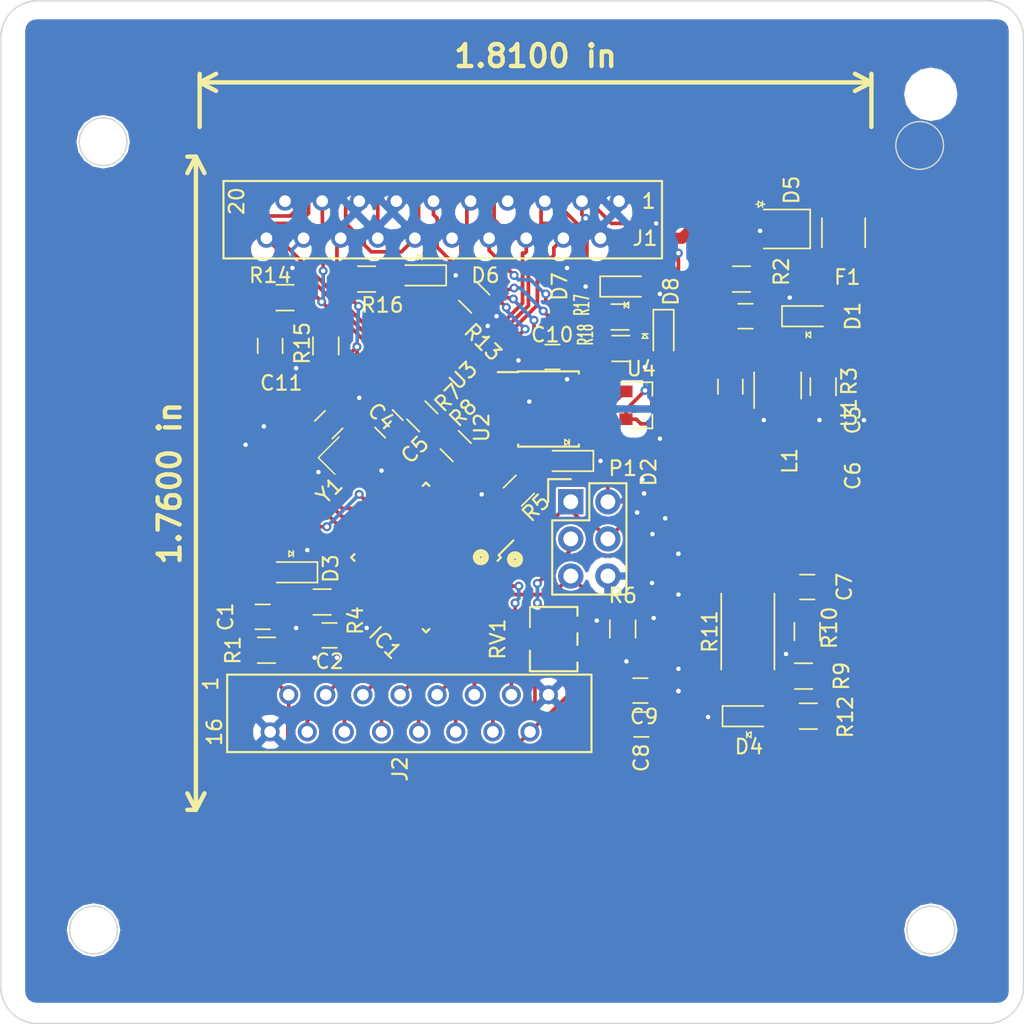
<source format=kicad_pcb>
(kicad_pcb (version 20170920) (host pcbnew no-vcs-found-b18601d~60~ubuntu16.04.1)
  (layers (0 F.Cu signal) (31 B.Cu signal) (34 B.Paste user) (35 F.Paste user) (36 B.SilkS user) (37 F.SilkS user) (38 B.Mask user) (39 F.Mask user) (44 Edge.Cuts user))
  (net 0 "")
  (net 1 VCC)
  (net 2 GND)
  (net 3 "Net-(C2-Pad1)")
  (net 4 "Net-(C3-Pad1)")
  (net 5 "Net-(C4-Pad1)")
  (net 6 "Net-(C5-Pad1)")
  (net 7 "Net-(C6-Pad2)")
  (net 8 "Net-(C6-Pad1)")
  (net 9 "Net-(C7-Pad1)")
  (net 10 +3V3)
  (net 11 "Net-(D1-Pad2)")
  (net 12 "Net-(D2-Pad2)")
  (net 13 "Net-(D3-Pad2)")
  (net 14 "Net-(D4-Pad2)")
  (net 15 +12V)
  (net 16 "Net-(D6-Pad2)")
  (net 17 "Net-(D7-Pad2)")
  (net 18 "Net-(D8-Pad2)")
  (net 19 MISO)
  (net 20 MOSI)
  (net 21 E)
  (net 22 TXCAN)
  (net 23 RXCAN)
  (net 24 "Net-(IC1-Pad8)")
  (net 25 "Net-(IC1-Pad9)")
  (net 26 SCK)
  (net 27 DB6)
  (net 28 DB7)
  (net 29 CS)
  (net 30 "Net-(IC1-Pad16)")
  (net 31 DB0)
  (net 32 DB1)
  (net 33 "Net-(IC1-Pad21)")
  (net 34 DB2)
  (net 35 IMD)
  (net 36 AMS)
  (net 37 DB3)
  (net 38 RS)
  (net 39 DB4)
  (net 40 R/W)
  (net 41 RESET)
  (net 42 DB5)
  (net 43 CANH)
  (net 44 CANL)
  (net 45 LED1)
  (net 46 LED2)
  (net 47 SDA)
  (net 48 SCL)
  (net 49 INT)
  (net 50 RST)
  (net 51 EINT)
  (net 52 "Net-(J2-Pad3)")
  (net 53 "Net-(R3-Pad2)")
  (net 54 "Net-(R10-Pad1)")
  (net 55 GPIO_0)
  (net 56 "Net-(U2-Pad5)")
  (net 57 "Net-(U3-Pad6)")
  (net 58 "Net-(U3-Pad7)")
  (net 59 "Net-(U3-Pad8)")
  (net 60 "Net-(U3-Pad9)")
  (net 61 "Net-(U3-Pad10)")
  (net 62 "Net-(U3-Pad11)")
  (net 63 "Net-(U3-Pad12)")
  (net 64 "Net-(U3-Pad15)")
  (net 65 "Net-(IC1-Pad3)")
  (net 66 "Net-(IC1-Pad17)")
  (module footprints:LED_0805_OEM (layer F.Cu) (at 169.164 85.428 270)
    (fp_text reference D8 (at -3.048 -0.508 90) (layer F.SilkS))
    (fp_text value LED_0805 hide)
    (pad 1 smd rect (at -1.1 0 90) (size 1.2 1.2) (layers F.Cu F.Paste F.Mask) (net 2 GND))
    (pad 2 smd rect (at 1.1 0 90) (size 1.2 1.2) (layers F.Cu F.Paste F.Mask) (net 18 "Net-(D8-Pad2)"))
  )
  (module footprints:SOIC-8_3.9x4.9mm_Pitch1.27mm_OEM (layer F.Cu) (at 161.29 90.424)
    (fp_text reference U2 (at -4.572 1.27 90) (layer F.SilkS))
    (fp_text value CAN_Transceiver hide)
    (pad 1 smd rect (at -2.7 -1.905) (size 1.55 0.6) (layers F.Cu F.Paste F.Mask) (net 22 TXCAN))
    (pad 2 smd rect (at -2.7 -0.635) (size 1.55 0.6) (layers F.Cu F.Paste F.Mask) (net 2 GND))
    (pad 3 smd rect (at -2.7 0.635) (size 1.55 0.6) (layers F.Cu F.Paste F.Mask) (net 1 VCC))
    (pad 4 smd rect (at -2.7 1.905) (size 1.55 0.6) (layers F.Cu F.Paste F.Mask) (net 23 RXCAN))
    (pad 5 smd rect (at 2.7 1.905) (size 1.55 0.6) (layers F.Cu F.Paste F.Mask) (net 56 "Net-(U2-Pad5)"))
    (pad 6 smd rect (at 2.7 0.635) (size 1.55 0.6) (layers F.Cu F.Paste F.Mask) (net 44 CANL))
    (pad 7 smd rect (at 2.7 -0.635) (size 1.55 0.6) (layers F.Cu F.Paste F.Mask) (net 43 CANH))
    (pad 8 smd rect (at 2.7 -1.905) (size 1.55 0.6) (layers F.Cu F.Paste F.Mask) (net 2 GND))
  )
  (module footprints:LED_0805_OEM (layer F.Cu) (at 143.680001 101.6 180)
    (fp_text reference D3 (at -2.710001 0.254 270) (layer F.SilkS))
    (fp_text value LED_0805 hide)
    (pad 2 smd rect (at 1.099999 0) (size 1.2 1.2) (layers F.Cu F.Paste F.Mask) (net 13 "Net-(D3-Pad2)"))
    (pad 1 smd rect (at -1.099999 0) (size 1.2 1.2) (layers F.Cu F.Paste F.Mask) (net 2 GND))
  )
  (module footprints:micromatch_female_ra_16 (layer F.Cu) (at 156.21 109.982 270)
    (fp_text reference J2 (at 5.08 5.08 270) (layer F.SilkS))
    (fp_text value "LCD screen" hide)
    (fp_text user 16 (at 2.54 17.78 270) (layer F.SilkS))
    (fp_text user 1 (at -0.762 18.034 270) (layer F.SilkS))
    (pad 5 thru_hole circle (at 0 0 270) (size 1.3 1.3) (drill 0.8) (layers *.Cu *.Mask) (net 40 R/W))
    (pad 3 thru_hole circle (at 0 -2.54 270) (size 1.3 1.3) (drill 0.8) (layers *.Cu *.Mask) (net 52 "Net-(J2-Pad3)"))
    (pad 1 thru_hole circle (at 0 -5.08 270) (size 1.3 1.3) (drill 0.8) (layers *.Cu *.Mask) (net 2 GND))
    (pad 7 thru_hole circle (at 0 2.54 270) (size 1.3 1.3) (drill 0.8) (layers *.Cu *.Mask) (net 31 DB0))
    (pad 2 thru_hole circle (at 2.54 -3.81 270) (size 1.3 1.3) (drill 0.8) (layers *.Cu *.Mask) (net 1 VCC))
    (pad 4 thru_hole circle (at 2.54 -1.27 270) (size 1.3 1.3) (drill 0.8) (layers *.Cu *.Mask) (net 38 RS))
    (pad 6 thru_hole circle (at 2.54 1.27 270) (size 1.3 1.3) (drill 0.8) (layers *.Cu *.Mask) (net 21 E))
    (pad 8 thru_hole circle (at 2.54 3.81 270) (size 1.3 1.3) (drill 0.8) (layers *.Cu *.Mask) (net 32 DB1))
    (pad 9 thru_hole circle (at 0 5.08 270) (size 1.3 1.3) (drill 0.8) (layers *.Cu *.Mask) (net 34 DB2))
    (pad 10 thru_hole circle (at 2.54 6.35 270) (size 1.3 1.3) (drill 0.8) (layers *.Cu *.Mask) (net 37 DB3))
    (pad 11 thru_hole circle (at 0 7.62 270) (size 1.3 1.3) (drill 0.8) (layers *.Cu *.Mask) (net 39 DB4))
    (pad 12 thru_hole circle (at 2.54 8.89 270) (size 1.3 1.3) (drill 0.8) (layers *.Cu *.Mask) (net 42 DB5))
    (pad 13 thru_hole circle (at 0 10.16 270) (size 1.3 1.3) (drill 0.8) (layers *.Cu *.Mask) (net 27 DB6))
    (pad 14 thru_hole circle (at 2.54 11.43 270) (size 1.3 1.3) (drill 0.8) (layers *.Cu *.Mask) (net 28 DB7))
    (pad 15 thru_hole circle (at 0 12.7 270) (size 1.3 1.3) (drill 0.8) (layers *.Cu *.Mask) (net 1 VCC))
    (pad 16 thru_hole circle (at 2.54 13.97 270) (size 1.3 1.3) (drill 0.8) (layers *.Cu *.Mask) (net 2 GND))
  )
  (module footprints:micromatch_female_ra_20 (layer F.Cu) (at 161.036 76.2 270)
    (fp_text reference J1 (at 2.54 -6.858) (layer F.SilkS))
    (fp_text value interface hide)
    (fp_text user 20 (at 0 21.082 270) (layer F.SilkS))
    (fp_text user 1 (at 0 -7.111999) (layer F.SilkS))
    (pad 5 thru_hole circle (at 0 0 270) (size 1.3 1.3) (drill 0.8) (layers *.Cu *.Mask) (net 19 MISO))
    (pad 3 thru_hole circle (at 0 -2.54 270) (size 1.3 1.3) (drill 0.8) (layers *.Cu *.Mask) (net 1 VCC))
    (pad 1 thru_hole circle (at 0 -5.079999 270) (size 1.3 1.3) (drill 0.8) (layers *.Cu *.Mask) (net 2 GND))
    (pad 7 thru_hole circle (at 0 2.54 270) (size 1.3 1.3) (drill 0.8) (layers *.Cu *.Mask) (net 41 RESET))
    (pad 2 thru_hole circle (at 2.54 -3.81 270) (size 1.3 1.3) (drill 0.8) (layers *.Cu *.Mask) (net 15 +12V))
    (pad 4 thru_hole circle (at 2.54 -1.27 270) (size 1.3 1.3) (drill 0.8) (layers *.Cu *.Mask) (net 20 MOSI))
    (pad 6 thru_hole circle (at 2.54 1.27 270) (size 1.3 1.3) (drill 0.8) (layers *.Cu *.Mask) (net 26 SCK))
    (pad 8 thru_hole circle (at 2.54 3.81 270) (size 1.3 1.3) (drill 0.8) (layers *.Cu *.Mask) (net 43 CANH))
    (pad 9 thru_hole circle (at 0 5.079999 270) (size 1.3 1.3) (drill 0.8) (layers *.Cu *.Mask) (net 44 CANL))
    (pad 10 thru_hole circle (at 2.54 6.35 270) (size 1.3 1.3) (drill 0.8) (layers *.Cu *.Mask) (net 45 LED1))
    (pad 11 thru_hole circle (at 0 7.62 270) (size 1.3 1.3) (drill 0.8) (layers *.Cu *.Mask) (net 46 LED2))
    (pad 12 thru_hole circle (at 2.54 8.89 270) (size 1.3 1.3) (drill 0.8) (layers *.Cu *.Mask) (net 35 IMD))
    (pad 13 thru_hole circle (at 0 10.16 270) (size 1.3 1.3) (drill 0.8) (layers *.Cu *.Mask) (net 2 GND))
    (pad 14 thru_hole circle (at 2.54 11.43 270) (size 1.3 1.3) (drill 0.8) (layers *.Cu *.Mask) (net 36 AMS))
    (pad 15 thru_hole circle (at 0 12.7 270) (size 1.3 1.3) (drill 0.8) (layers *.Cu *.Mask) (net 2 GND))
    (pad 16 thru_hole circle (at 2.54 13.97 270) (size 1.3 1.3) (drill 0.8) (layers *.Cu *.Mask) (net 47 SDA))
    (pad 17 thru_hole circle (at 0 15.24 270) (size 1.3 1.3) (drill 0.8) (layers *.Cu *.Mask) (net 48 SCL))
    (pad 18 thru_hole circle (at 2.54 16.51 270) (size 1.3 1.3) (drill 0.8) (layers *.Cu *.Mask) (net 49 INT))
    (pad 19 thru_hole circle (at 0 17.780001 270) (size 1.3 1.3) (drill 0.8) (layers *.Cu *.Mask) (net 50 RST))
    (pad 20 thru_hole circle (at 2.54 19.05 270) (size 1.3 1.3) (drill 0.8) (layers *.Cu *.Mask) (net 51 EINT))
  )
  (module footprints:R_0805_OEM (layer F.Cu) (at 156.21 82.804 135)
    (fp_text reference R13 (at -2.578287 -1.732236 135) (layer F.SilkS))
    (fp_text value 4.7kR hide)
    (pad 2 smd rect (at 0.949999 0 135) (size 0.7 1.3) (layers F.Cu F.Paste F.Mask) (net 50 RST))
    (pad 1 smd rect (at -0.949999 0 135) (size 0.7 1.3) (layers F.Cu F.Paste F.Mask) (net 10 +3V3))
  )
  (module footprints:Pin_Header_Straight_2x03 (layer F.Cu) (at 162.814 96.774)
    (fp_text reference P1 (at 3.556 -2.286) (layer F.SilkS))
    (fp_text value CONN_02X03 hide)
    (pad 1 thru_hole rect (at 0 0) (size 1.7272 1.7272) (drill 1.016) (layers *.Cu *.Mask) (net 19 MISO))
    (pad 2 thru_hole oval (at 2.54 0) (size 1.7272 1.7272) (drill 1.016) (layers *.Cu *.Mask) (net 1 VCC))
    (pad 3 thru_hole oval (at 0 2.54) (size 1.7272 1.7272) (drill 1.016) (layers *.Cu *.Mask) (net 26 SCK))
    (pad 4 thru_hole oval (at 2.54 2.54) (size 1.7272 1.7272) (drill 1.016) (layers *.Cu *.Mask) (net 20 MOSI))
    (pad 5 thru_hole oval (at 0 5.079999) (size 1.7272 1.7272) (drill 1.016) (layers *.Cu *.Mask) (net 41 RESET))
    (pad 6 thru_hole oval (at 2.54 5.08) (size 1.7272 1.7272) (drill 1.016) (layers *.Cu *.Mask) (net 2 GND))
  )
  (module footprints:TQFP-32_7x7mm_Pitch0.8mm (layer F.Cu) (at 152.908 100.584 225)
    (fp_text reference IC1 (at 6.106574 -2.155261 315) (layer F.SilkS))
    (fp_text value ATMEGA16M1 hide)
    (pad 1 smd rect (at -4.25 -2.8 225) (size 1.6 0.55) (layers F.Cu F.Paste F.Mask) (net 19 MISO))
    (pad 2 smd rect (at -4.25 -2 225) (size 1.6 0.55) (layers F.Cu F.Paste F.Mask) (net 20 MOSI))
    (pad 3 smd rect (at -4.25 -1.2 225) (size 1.6 0.55) (layers F.Cu F.Paste F.Mask) (net 65 "Net-(IC1-Pad3)"))
    (pad 4 smd rect (at -4.25 -0.4 225) (size 1.6 0.55) (layers F.Cu F.Paste F.Mask) (net 1 VCC))
    (pad 5 smd rect (at -4.25 0.4 225) (size 1.6 0.55) (layers F.Cu F.Paste F.Mask) (net 2 GND))
    (pad 6 smd rect (at -4.25 1.2 225) (size 1.6 0.55) (layers F.Cu F.Paste F.Mask) (net 22 TXCAN))
    (pad 7 smd rect (at -4.25 2 225) (size 1.6 0.55) (layers F.Cu F.Paste F.Mask) (net 23 RXCAN))
    (pad 8 smd rect (at -4.25 2.8 225) (size 1.6 0.55) (layers F.Cu F.Paste F.Mask) (net 24 "Net-(IC1-Pad8)"))
    (pad 9 smd rect (at -2.8 4.25 315) (size 1.6 0.55) (layers F.Cu F.Paste F.Mask) (net 25 "Net-(IC1-Pad9)"))
    (pad 10 smd rect (at -2 4.25 315) (size 1.6 0.55) (layers F.Cu F.Paste F.Mask) (net 6 "Net-(C5-Pad1)"))
    (pad 11 smd rect (at -1.2 4.25 315) (size 1.6 0.55) (layers F.Cu F.Paste F.Mask) (net 5 "Net-(C4-Pad1)"))
    (pad 12 smd rect (at -0.4 4.25 315) (size 1.6 0.55) (layers F.Cu F.Paste F.Mask) (net 26 SCK))
    (pad 13 smd rect (at 0.4 4.25 315) (size 1.6 0.55) (layers F.Cu F.Paste F.Mask) (net 29 CS))
    (pad 14 smd rect (at 1.2 4.25 315) (size 1.6 0.55) (layers F.Cu F.Paste F.Mask) (net 35 IMD))
    (pad 15 smd rect (at 2 4.25 315) (size 1.6 0.55) (layers F.Cu F.Paste F.Mask) (net 36 AMS))
    (pad 16 smd rect (at 2.8 4.25 315) (size 1.6 0.55) (layers F.Cu F.Paste F.Mask) (net 30 "Net-(IC1-Pad16)"))
    (pad 17 smd rect (at 4.25 2.8 225) (size 1.6 0.55) (layers F.Cu F.Paste F.Mask) (net 66 "Net-(IC1-Pad17)"))
    (pad 18 smd rect (at 4.25 2 225) (size 1.6 0.55) (layers F.Cu F.Paste F.Mask) (net 28 DB7))
    (pad 19 smd rect (at 4.25 1.2 225) (size 1.6 0.55) (layers F.Cu F.Paste F.Mask) (net 3 "Net-(C2-Pad1)"))
    (pad 20 smd rect (at 4.25 0.4 225) (size 1.6 0.55) (layers F.Cu F.Paste F.Mask) (net 2 GND))
    (pad 21 smd rect (at 4.25 -0.4 225) (size 1.6 0.55) (layers F.Cu F.Paste F.Mask) (net 33 "Net-(IC1-Pad21)"))
    (pad 22 smd rect (at 4.25 -1.2 225) (size 1.6 0.55) (layers F.Cu F.Paste F.Mask) (net 27 DB6))
    (pad 23 smd rect (at 4.25 -2 225) (size 1.6 0.55) (layers F.Cu F.Paste F.Mask) (net 42 DB5))
    (pad 24 smd rect (at 4.25 -2.8 225) (size 1.6 0.55) (layers F.Cu F.Paste F.Mask) (net 39 DB4))
    (pad 25 smd rect (at 2.8 -4.25 315) (size 1.6 0.55) (layers F.Cu F.Paste F.Mask) (net 37 DB3))
    (pad 26 smd rect (at 2 -4.25 315) (size 1.6 0.55) (layers F.Cu F.Paste F.Mask) (net 34 DB2))
    (pad 27 smd rect (at 1.2 -4.25 315) (size 1.6 0.55) (layers F.Cu F.Paste F.Mask) (net 32 DB1))
    (pad 28 smd rect (at 0.4 -4.25 315) (size 1.6 0.55) (layers F.Cu F.Paste F.Mask) (net 31 DB0))
    (pad 29 smd rect (at -0.4 -4.25 315) (size 1.6 0.55) (layers F.Cu F.Paste F.Mask) (net 21 E))
    (pad 30 smd rect (at -1.2 -4.25 315) (size 1.6 0.55) (layers F.Cu F.Paste F.Mask) (net 40 R/W))
    (pad 31 smd rect (at -2 -4.25 315) (size 1.6 0.55) (layers F.Cu F.Paste F.Mask) (net 41 RESET))
    (pad 32 smd rect (at -2.8 -4.25 315) (size 1.6 0.55) (layers F.Cu F.Paste F.Mask) (net 38 RS))
  )
  (module footprints:LED_0805_OEM (layer F.Cu) (at 162.56 93.98 180)
    (fp_text reference D2 (at -5.588 -0.762 -90) (layer F.SilkS))
    (fp_text value LED_0805 hide)
    (pad 1 smd rect (at -1.099999 0) (size 1.2 1.2) (layers F.Cu F.Paste F.Mask) (net 2 GND))
    (pad 2 smd rect (at 1.099999 0) (size 1.2 1.2) (layers F.Cu F.Paste F.Mask) (net 12 "Net-(D2-Pad2)"))
  )
  (module footprints:CP2120-QFN (layer F.Cu) (at 153.416 85.344 225)
    (fp_text reference U3 (at 0.538815 -3.412497 225) (layer F.SilkS))
    (fp_text value CP2120 hide)
    (pad 1 smd rect (at -1.725 -1 225) (size 0.55 0.23) (layers F.Cu F.Paste F.Mask) (net 26 SCK))
    (pad 2 smd rect (at -1.725 -0.5 225) (size 0.55 0.23) (layers F.Cu F.Paste F.Mask) (net 2 GND))
    (pad 3 smd rect (at -1.725 0 225) (size 0.55 0.23) (layers F.Cu F.Paste F.Mask) (net 10 +3V3))
    (pad 4 smd rect (at -1.725 0.5 225) (size 0.55 0.23) (layers F.Cu F.Paste F.Mask) (net 50 RST))
    (pad 5 smd rect (at -1.725 1 225) (size 0.55 0.23) (layers F.Cu F.Paste F.Mask) (net 55 GPIO_0))
    (pad 6 smd rect (at -1 1.725 225) (size 0.23 0.55) (layers F.Cu F.Paste F.Mask) (net 57 "Net-(U3-Pad6)"))
    (pad 7 smd rect (at -0.5 1.725 225) (size 0.23 0.55) (layers F.Cu F.Paste F.Mask) (net 58 "Net-(U3-Pad7)"))
    (pad 8 smd rect (at 0 1.725 225) (size 0.23 0.55) (layers F.Cu F.Paste F.Mask) (net 59 "Net-(U3-Pad8)"))
    (pad 9 smd rect (at 0.5 1.725 225) (size 0.23 0.55) (layers F.Cu F.Paste F.Mask) (net 60 "Net-(U3-Pad9)"))
    (pad 10 smd rect (at 1 1.725 225) (size 0.23 0.55) (layers F.Cu F.Paste F.Mask) (net 61 "Net-(U3-Pad10)"))
    (pad 11 smd rect (at 1.725 1 225) (size 0.55 0.23) (layers F.Cu F.Paste F.Mask) (net 62 "Net-(U3-Pad11)"))
    (pad 12 smd rect (at 1.725 0.5 225) (size 0.55 0.23) (layers F.Cu F.Paste F.Mask) (net 63 "Net-(U3-Pad12)"))
    (pad 13 smd rect (at 1.725 0 225) (size 0.55 0.23) (layers F.Cu F.Paste F.Mask) (net 51 EINT))
    (pad 14 smd rect (at 1.725 -0.5 225) (size 0.55 0.23) (layers F.Cu F.Paste F.Mask) (net 49 INT))
    (pad 15 smd rect (at 1.725 -1 225) (size 0.55 0.23) (layers F.Cu F.Paste F.Mask) (net 64 "Net-(U3-Pad15)"))
    (pad 16 smd rect (at 1 -1.725 225) (size 0.23 0.55) (layers F.Cu F.Paste F.Mask) (net 48 SCL))
    (pad 17 smd rect (at 0.5 -1.725 225) (size 0.23 0.55) (layers F.Cu F.Paste F.Mask) (net 47 SDA))
    (pad 18 smd rect (at 0 -1.725 225) (size 0.23 0.55) (layers F.Cu F.Paste F.Mask) (net 29 CS))
    (pad 19 smd rect (at -0.5 -1.725 225) (size 0.23 0.55) (layers F.Cu F.Paste F.Mask) (net 20 MOSI))
    (pad 20 smd rect (at -1 -1.725 225) (size 0.23 0.55) (layers F.Cu F.Paste F.Mask) (net 19 MISO))
    (pad GND smd rect (at 0 0 225) (size 2.15 2.15) (layers F.Cu F.Paste F.Mask) (net 2 GND))
    (pad "" smd rect (at -1.6025 -1.6025 225) (size 0.435 0.435) (layers F.Cu F.Paste F.Mask))
  )
  (module footprints:LED_0805_OEM (layer F.Cu) (at 152.484 81.28 180)
    (fp_text reference D6 (at -4.488 0) (layer F.SilkS))
    (fp_text value LED_0805 hide)
    (pad 2 smd rect (at 1.1 0) (size 1.2 1.2) (layers F.Cu F.Paste F.Mask) (net 16 "Net-(D6-Pad2)"))
    (pad 1 smd rect (at -1.1 0) (size 1.2 1.2) (layers F.Cu F.Paste F.Mask) (net 2 GND))
  )
  (module footprints:Crystal_SMD_FA238 (layer F.Cu) (at 148.082 93.472 45)
    (fp_text reference Y1 (at -3.053287 0.538815 45) (layer F.SilkS))
    (fp_text value Crystal_SMD hide)
    (pad 1 smd rect (at -1.1 0.8 45) (size 1.4 1.2) (layers F.Cu F.Mask) (net 5 "Net-(C4-Pad1)"))
    (pad 2 smd rect (at 1.1 0.8 45) (size 1.4 1.2) (layers F.Cu F.Mask) (net 2 GND))
    (pad 3 smd rect (at 1.1 -0.8 45) (size 1.4 1.2) (layers F.Cu F.Mask) (net 6 "Net-(C5-Pad1)"))
    (pad 4 smd rect (at -1.1 -0.8 45) (size 1.4 1.2) (layers F.Cu F.Mask) (net 2 GND))
  )
  (module footprints:C_0805_OEM (layer F.Cu) (at 141.732 104.648)
    (fp_text reference C1 (at -2.54 0 90) (layer F.SilkS))
    (fp_text value C_0.1uF hide)
    (pad 1 smd rect (at -1 0) (size 1 1.25) (layers F.Cu F.Paste F.Mask) (net 1 VCC))
    (pad 2 smd rect (at 1 0) (size 1 1.25) (layers F.Cu F.Paste F.Mask) (net 2 GND))
  )
  (module footprints:C_0805_OEM (layer F.Cu) (at 146.304 105.918 180)
    (fp_text reference C2 (at 0 -1.778) (layer F.SilkS))
    (fp_text value C_100pF hide)
    (pad 1 smd rect (at -1 0 180) (size 1 1.25) (layers F.Cu F.Paste F.Mask) (net 3 "Net-(C2-Pad1)"))
    (pad 2 smd rect (at 1 0 180) (size 1 1.25) (layers F.Cu F.Paste F.Mask) (net 2 GND))
  )
  (module footprints:C_0805_OEM (layer F.Cu) (at 174.768 84.074)
    (fp_text reference C3 (at 7.35 7.112 -270) (layer F.SilkS))
    (fp_text value C_22uF hide)
    (pad 2 smd rect (at 1 0) (size 1 1.25) (layers F.Cu F.Paste F.Mask) (net 2 GND))
    (pad 1 smd rect (at -1 0) (size 1 1.25) (layers F.Cu F.Paste F.Mask) (net 4 "Net-(C3-Pad1)"))
  )
  (module footprints:C_0805_OEM (layer F.Cu) (at 146.249107 91.494893 45)
    (fp_text reference C4 (at 2.951312 2.155261 -225) (layer F.SilkS))
    (fp_text value C_30pF hide)
    (pad 1 smd rect (at -1 0 45) (size 1 1.25) (layers F.Cu F.Paste F.Mask) (net 5 "Net-(C4-Pad1)"))
    (pad 2 smd rect (at 1 0 45) (size 1 1.25) (layers F.Cu F.Paste F.Mask) (net 2 GND))
  )
  (module footprints:C_0805_OEM (layer F.Cu) (at 150.368 91.44 135)
    (fp_text reference C5 (at -2.514472 0 -135) (layer F.SilkS))
    (fp_text value C_30pF hide)
    (pad 2 smd rect (at 1 0 135) (size 1 1.25) (layers F.Cu F.Paste F.Mask) (net 2 GND))
    (pad 1 smd rect (at -1 0 135) (size 1 1.25) (layers F.Cu F.Paste F.Mask) (net 6 "Net-(C5-Pad1)"))
  )
  (module footprints:C_0805_OEM (layer F.Cu) (at 173.736 88.9 270)
    (fp_text reference C6 (at 6.096 -8.382 270) (layer F.SilkS))
    (fp_text value C_0.1uF hide)
    (pad 2 smd rect (at 1 0 270) (size 1 1.25) (layers F.Cu F.Paste F.Mask) (net 7 "Net-(C6-Pad2)"))
    (pad 1 smd rect (at -1 0 270) (size 1 1.25) (layers F.Cu F.Paste F.Mask) (net 8 "Net-(C6-Pad1)"))
  )
  (module footprints:C_0805_OEM (layer F.Cu) (at 178.993796 102.608342 180)
    (fp_text reference C7 (at -2.54 0 -90) (layer F.SilkS))
    (fp_text value C_47uF hide)
    (pad 2 smd rect (at 1 0 180) (size 1 1.25) (layers F.Cu F.Paste F.Mask) (net 2 GND))
    (pad 1 smd rect (at -1 0 180) (size 1 1.25) (layers F.Cu F.Paste F.Mask) (net 9 "Net-(C7-Pad1)"))
  )
  (module footprints:C_0805_OEM (layer F.Cu) (at 167.64 112.014 180)
    (fp_text reference C8 (at 0 -2.286 270) (layer F.SilkS))
    (fp_text value C_0.1uF hide)
    (pad 1 smd rect (at -1 0 180) (size 1 1.25) (layers F.Cu F.Paste F.Mask) (net 1 VCC))
    (pad 2 smd rect (at 1 0 180) (size 1 1.25) (layers F.Cu F.Paste F.Mask) (net 2 GND))
  )
  (module footprints:C_0805_OEM (layer F.Cu) (at 167.580466 109.696262 180)
    (fp_text reference C9 (at -0.254 -1.778 180) (layer F.SilkS))
    (fp_text value C_0.1uF hide)
    (pad 2 smd rect (at 1 0 180) (size 1 1.25) (layers F.Cu F.Paste F.Mask) (net 2 GND))
    (pad 1 smd rect (at -1 0 180) (size 1 1.25) (layers F.Cu F.Paste F.Mask) (net 1 VCC))
  )
  (module footprints:C_0805_OEM (layer F.Cu) (at 161.56 86.868)
    (fp_text reference C10 (at -0.016 -1.524) (layer F.SilkS))
    (fp_text value C_10uF hide)
    (pad 1 smd rect (at -1 0) (size 1 1.25) (layers F.Cu F.Paste F.Mask) (net 10 +3V3))
    (pad 2 smd rect (at 1 0) (size 1 1.25) (layers F.Cu F.Paste F.Mask) (net 2 GND))
  )
  (module footprints:C_0805_OEM (layer F.Cu) (at 142.24 86.106 270)
    (fp_text reference C11 (at 2.54 -0.762) (layer F.SilkS))
    (fp_text value C_0.1uF hide)
    (pad 1 smd rect (at -1 0 270) (size 1 1.25) (layers F.Cu F.Paste F.Mask) (net 10 +3V3))
    (pad 2 smd rect (at 1 0 270) (size 1 1.25) (layers F.Cu F.Paste F.Mask) (net 2 GND))
  )
  (module footprints:LED_0805_OEM (layer F.Cu) (at 179.07 84.074)
    (fp_text reference D1 (at 3.048 0 90) (layer F.SilkS))
    (fp_text value LED_0805 hide)
    (pad 2 smd rect (at 1.1 0 180) (size 1.2 1.2) (layers F.Cu F.Paste F.Mask) (net 11 "Net-(D1-Pad2)"))
    (pad 1 smd rect (at -1.1 0 180) (size 1.2 1.2) (layers F.Cu F.Paste F.Mask) (net 2 GND))
  )
  (module footprints:LED_0805_OEM (layer F.Cu) (at 174.998545 111.447295)
    (fp_text reference D4 (at 0.007455 2.090705) (layer F.SilkS))
    (fp_text value LED_0805 hide)
    (pad 2 smd rect (at 1.1 0 180) (size 1.2 1.2) (layers F.Cu F.Paste F.Mask) (net 14 "Net-(D4-Pad2)"))
    (pad 1 smd rect (at -1.1 0 180) (size 1.2 1.2) (layers F.Cu F.Paste F.Mask) (net 2 GND))
  )
  (module footprints:DO-214AA (layer F.Cu) (at 176.022 78.105 180)
    (fp_text reference D5 (at -1.905 2.667 270) (layer F.SilkS))
    (fp_text value D_Zener_18V hide)
    (pad 2 smd rect (at 2.032 0) (size 1.778 2.159) (layers F.Cu F.Paste F.Mask) (net 2 GND))
    (pad 1 smd rect (at -2.032 0) (size 1.778 2.159) (layers F.Cu F.Paste F.Mask) (net 15 +12V))
  )
  (module footprints:LED_0805_OEM (layer F.Cu) (at 166.624 82.042)
    (fp_text reference D7 (at -4.572 0 90) (layer F.SilkS))
    (fp_text value LED_0805 hide)
    (pad 1 smd rect (at -1.1 0 180) (size 1.2 1.2) (layers F.Cu F.Paste F.Mask) (net 2 GND))
    (pad 2 smd rect (at 1.1 0 180) (size 1.2 1.2) (layers F.Cu F.Paste F.Mask) (net 17 "Net-(D7-Pad2)"))
  )
  (module footprints:Fuse_1210 (layer F.Cu) (at 181.483 78.359 270)
    (fp_text reference F1 (at 3.048 -0.254) (layer F.SilkS))
    (fp_text value F_500mA_16V hide)
    (pad 1 smd rect (at -1.45 0 270) (size 0.9 2.5) (layers F.Cu F.Paste F.Mask) (net 15 +12V))
    (pad 2 smd rect (at 1.45 0 270) (size 0.9 2.5) (layers F.Cu F.Paste F.Mask) (net 4 "Net-(C3-Pad1)"))
  )
  (module footprints:4.7uH_Inductor_OEM (layer F.Cu) (at 176.974 96.012)
    (fp_text reference L1 (at 0.826 -2.032 -90) (layer F.SilkS))
    (fp_text value L_4.7uH hide)
    (pad 1 smd rect (at -2.35 0) (size 3.3 8.2) (layers F.Cu F.Paste F.Mask) (net 7 "Net-(C6-Pad2)"))
    (pad 2 smd rect (at 2.35 0) (size 3.3 8.2) (layers F.Cu F.Paste F.Mask) (net 9 "Net-(C7-Pad1)"))
  )
  (module footprints:R_0805_OEM (layer F.Cu) (at 141.986 106.934)
    (fp_text reference R1 (at -2.286 0 90) (layer F.SilkS))
    (fp_text value R_100 hide)
    (pad 1 smd rect (at -0.95 0) (size 0.7 1.3) (layers F.Cu F.Paste F.Mask) (net 1 VCC))
    (pad 2 smd rect (at 0.95 0) (size 0.7 1.3) (layers F.Cu F.Paste F.Mask) (net 3 "Net-(C2-Pad1)"))
  )
  (module footprints:R_0805_OEM (layer F.Cu) (at 174.498 81.534)
    (fp_text reference R2 (at 2.733 -0.508 90) (layer F.SilkS))
    (fp_text value R_1k hide)
    (pad 1 smd rect (at -0.95 0) (size 0.7 1.3) (layers F.Cu F.Paste F.Mask) (net 4 "Net-(C3-Pad1)"))
    (pad 2 smd rect (at 0.95 0) (size 0.7 1.3) (layers F.Cu F.Paste F.Mask) (net 11 "Net-(D1-Pad2)"))
  )
  (module footprints:R_0805_OEM (layer F.Cu) (at 180.086 88.9 90)
    (fp_text reference R3 (at 0.381 1.778 90) (layer F.SilkS))
    (fp_text value R_10k hide)
    (pad 2 smd rect (at 0.95 0 90) (size 0.7 1.3) (layers F.Cu F.Paste F.Mask) (net 53 "Net-(R3-Pad2)"))
    (pad 1 smd rect (at -0.95 0 90) (size 0.7 1.3) (layers F.Cu F.Paste F.Mask) (net 4 "Net-(C3-Pad1)"))
  )
  (module footprints:R_0805_OEM (layer F.Cu) (at 145.796 103.632)
    (fp_text reference R4 (at 2.286 1.27 90) (layer F.SilkS))
    (fp_text value R_200 hide)
    (pad 2 smd rect (at 0.949999 0) (size 0.7 1.3) (layers F.Cu F.Paste F.Mask) (net 66 "Net-(IC1-Pad17)"))
    (pad 1 smd rect (at -0.949999 0) (size 0.7 1.3) (layers F.Cu F.Paste F.Mask) (net 13 "Net-(D3-Pad2)"))
  )
  (module footprints:R_0805_OEM (layer F.Cu) (at 159.258 96.012 225)
    (fp_text reference R5 (at 0 -1.65 225) (layer F.SilkS))
    (fp_text value R_200 hide)
    (pad 1 smd rect (at -0.949999 0 225) (size 0.7 1.3) (layers F.Cu F.Paste F.Mask) (net 12 "Net-(D2-Pad2)"))
    (pad 2 smd rect (at 0.949999 0 225) (size 0.7 1.3) (layers F.Cu F.Paste F.Mask) (net 65 "Net-(IC1-Pad3)"))
  )
  (module footprints:R_0805_OEM (layer F.Cu) (at 166.37 105.476001 90)
    (fp_text reference R6 (at 2.286 0 180) (layer F.SilkS))
    (fp_text value R_10k hide)
    (pad 2 smd rect (at 0.949999 0 90) (size 0.7 1.3) (layers F.Cu F.Paste F.Mask) (net 41 RESET))
    (pad 1 smd rect (at -0.949999 0 90) (size 0.7 1.3) (layers F.Cu F.Paste F.Mask) (net 1 VCC))
  )
  (module footprints:R_0805_OEM (layer F.Cu) (at 152.654 90.932 315)
    (fp_text reference R7 (at 0.35921 -2.155261 225) (layer F.SilkS))
    (fp_text value R_200 hide)
    (pad 1 smd rect (at -0.949999 0 315) (size 0.7 1.3) (layers F.Cu F.Paste F.Mask) (net 46 LED2))
    (pad 2 smd rect (at 0.949999 0 315) (size 0.7 1.3) (layers F.Cu F.Paste F.Mask) (net 25 "Net-(IC1-Pad9)"))
  )
  (module footprints:R_0805_OEM (layer F.Cu) (at 154.94 92.964 315)
    (fp_text reference R8 (at -1.257236 -1.975656 225) (layer F.SilkS))
    (fp_text value R_200 hide)
    (pad 2 smd rect (at 0.949999 0 315) (size 0.7 1.3) (layers F.Cu F.Paste F.Mask) (net 24 "Net-(IC1-Pad8)"))
    (pad 1 smd rect (at -0.949999 0 315) (size 0.7 1.3) (layers F.Cu F.Paste F.Mask) (net 45 LED1))
  )
  (module footprints:R_0805_OEM (layer F.Cu) (at 178.739796 108.704342 180)
    (fp_text reference R9 (at -2.606 0 -90) (layer F.SilkS))
    (fp_text value R_10k hide)
    (pad 2 smd rect (at 0.95 0 180) (size 0.7 1.3) (layers F.Cu F.Paste F.Mask) (net 2 GND))
    (pad 1 smd rect (at -0.95 0 180) (size 0.7 1.3) (layers F.Cu F.Paste F.Mask) (net 54 "Net-(R10-Pad1)"))
  )
  (module footprints:R_0805_OEM (layer F.Cu) (at 178.993796 105.656342 90)
    (fp_text reference R10 (at 0.254 1.524 90) (layer F.SilkS))
    (fp_text value R_55.1k hide)
    (pad 1 smd rect (at -0.95 0 90) (size 0.7 1.3) (layers F.Cu F.Paste F.Mask) (net 54 "Net-(R10-Pad1)"))
    (pad 2 smd rect (at 0.95 0 90) (size 0.7 1.3) (layers F.Cu F.Paste F.Mask) (net 9 "Net-(C7-Pad1)"))
  )
  (module footprints:R_2512_OEM (layer F.Cu) (at 174.929796 105.656342 90)
    (fp_text reference R11 (at 0 -2.6 90) (layer F.SilkS))
    (fp_text value R_0_Jumper hide)
    (pad 1 smd rect (at -3.1 0 90) (size 1 3.2) (layers F.Cu F.Paste F.Mask) (net 1 VCC))
    (pad 2 smd rect (at 3.1 0 90) (size 1 3.2) (layers F.Cu F.Paste F.Mask) (net 9 "Net-(C7-Pad1)"))
  )
  (module footprints:R_0805_OEM (layer F.Cu) (at 179.07 111.447295 180)
    (fp_text reference R12 (at -2.54 -0.058705 270) (layer F.SilkS))
    (fp_text value R_200 hide)
    (pad 1 smd rect (at -0.95 0 180) (size 0.7 1.3) (layers F.Cu F.Paste F.Mask) (net 1 VCC))
    (pad 2 smd rect (at 0.95 0 180) (size 0.7 1.3) (layers F.Cu F.Paste F.Mask) (net 14 "Net-(D4-Pad2)"))
  )
  (module footprints:R_0805_OEM (layer F.Cu) (at 143.256 82.804)
    (fp_text reference R14 (at -1.016 -1.524) (layer F.SilkS))
    (fp_text value 4.7kR hide)
    (pad 1 smd rect (at -0.95 0) (size 0.7 1.3) (layers F.Cu F.Paste F.Mask) (net 10 +3V3))
    (pad 2 smd rect (at 0.95 0) (size 0.7 1.3) (layers F.Cu F.Paste F.Mask) (net 48 SCL))
  )
  (module footprints:R_0805_OEM (layer F.Cu) (at 146.05 86.106 270)
    (fp_text reference R15 (at -0.179605 1.616446 90) (layer F.SilkS))
    (fp_text value 4.7kR hide)
    (pad 2 smd rect (at 0.949999 0 270) (size 0.7 1.3) (layers F.Cu F.Paste F.Mask) (net 47 SDA))
    (pad 1 smd rect (at -0.949999 0 270) (size 0.7 1.3) (layers F.Cu F.Paste F.Mask) (net 10 +3V3))
  )
  (module footprints:R_0805_OEM (layer F.Cu) (at 148.844 81.534)
    (fp_text reference R16 (at 1.077631 1.778 180) (layer F.SilkS))
    (fp_text value R_200 hide)
    (pad 1 smd rect (at -0.949999 0) (size 0.7 1.3) (layers F.Cu F.Paste F.Mask) (net 55 GPIO_0))
    (pad 2 smd rect (at 0.949999 0) (size 0.7 1.3) (layers F.Cu F.Paste F.Mask) (net 16 "Net-(D6-Pad2)"))
  )
  (module footprints:R_0805_OEM (layer F.Cu) (at 166.179873 84.127135)
    (fp_text reference R17 (at -2.603873 -0.815135 -90) (layer F.SilkS) (effects (font (size 1 0.5) (thickness 0.125))))
    (fp_text value R_200 hide)
    (pad 2 smd rect (at 0.95 0) (size 0.7 1.3) (layers F.Cu F.Paste F.Mask) (net 17 "Net-(D7-Pad2)"))
    (pad 1 smd rect (at -0.95 0) (size 0.7 1.3) (layers F.Cu F.Paste F.Mask) (net 1 VCC))
  )
  (module footprints:R_0805_OEM (layer F.Cu) (at 166.240873 86.286135)
    (fp_text reference R18 (at -2.410873 -0.942135 -90) (layer F.SilkS) (effects (font (size 1 0.5) (thickness 0.125))))
    (fp_text value R_200 hide)
    (pad 1 smd rect (at -0.95 0) (size 0.7 1.3) (layers F.Cu F.Paste F.Mask) (net 10 +3V3))
    (pad 2 smd rect (at 0.95 0) (size 0.7 1.3) (layers F.Cu F.Paste F.Mask) (net 18 "Net-(D8-Pad2)"))
  )
  (module footprints:Potentiometer_Trimmer_Bourns_TC33X-1 (layer F.Cu) (at 161.47 106.172 90)
    (fp_text reference RV1 (at 0 -3.65 90) (layer F.SilkS))
    (fp_text value POT_TRIM)
    (pad 3 smd rect (at 1 1.8 90) (size 1.2 1.2) (layers F.Cu F.Mask) (net 2 GND))
    (pad 2 smd rect (at 0 -1.45 90) (size 1.6 1.5) (layers F.Cu F.Mask) (net 52 "Net-(J2-Pad3)"))
    (pad 1 smd rect (at -1 1.8 90) (size 1.2 1.2) (layers F.Cu F.Mask) (net 1 VCC))
  )
  (module footprints:SOT-23-6_OEM (layer F.Cu) (at 176.972 88.816 90)
    (fp_text reference U1 (at -1.862 4.892 90) (layer F.SilkS))
    (fp_text value TPS561201 hide)
    (pad 1 smd rect (at -1.1 -0.95 90) (size 1.06 0.65) (layers F.Cu F.Paste F.Mask) (net 2 GND))
    (pad 2 smd rect (at -1.1 0 90) (size 1.06 0.65) (layers F.Cu F.Paste F.Mask) (net 7 "Net-(C6-Pad2)"))
    (pad 3 smd rect (at -1.1 0.95 90) (size 1.06 0.65) (layers F.Cu F.Paste F.Mask) (net 4 "Net-(C3-Pad1)"))
    (pad 4 smd rect (at 1.1 0.95 90) (size 1.06 0.65) (layers F.Cu F.Paste F.Mask) (net 54 "Net-(R10-Pad1)"))
    (pad 6 smd rect (at 1.1 -0.95 90) (size 1.06 0.65) (layers F.Cu F.Paste F.Mask) (net 8 "Net-(C6-Pad1)"))
    (pad 5 smd rect (at 1.1 0 90) (size 1.06 0.65) (layers F.Cu F.Paste F.Mask) (net 53 "Net-(R3-Pad2)"))
  )
  (module footprints:SOT-23F (layer F.Cu) (at 167.64 90.17)
    (fp_text reference U4 (at 0 -2.5) (layer F.SilkS))
    (fp_text value LM3480 hide)
    (pad 1 smd rect (at -1.05 -0.95) (size 0.9 0.8) (layers F.Cu F.Paste F.Mask) (net 10 +3V3))
    (pad 2 smd rect (at -1.05 0.95) (size 0.9 0.8) (layers F.Cu F.Paste F.Mask) (net 1 VCC))
    (pad 3 smd rect (at 1.05 0) (size 0.9 0.8) (layers F.Cu F.Paste F.Mask) (net 2 GND))
  )
  (dimension 45.974 (width 0.3) (layer F.SilkS) (gr_text "45.974 mm" (at 160.401 66.722) (layer F.SilkS) (effects (font (size 1.5 1.5) (thickness 0.3)))) (feature1 (pts (xy 183.388 71.12) (xy 183.388 65.372))) (feature2 (pts (xy 137.414 71.12) (xy 137.414 65.372))) (crossbar (pts (xy 137.414 68.072) (xy 183.388 68.072))) (arrow1a (pts (xy 183.388 68.072) (xy 182.261496 68.658421))) (arrow1b (pts (xy 183.388 68.072) (xy 182.261496 67.485579))) (arrow2a (pts (xy 137.414 68.072) (xy 138.540504 68.658421))) (arrow2b (pts (xy 137.414 68.072) (xy 138.540504 67.485579))))
  (dimension 44.704 (width 0.3) (layer F.SilkS) (gr_text "44.704 mm" (at 137.16 95.504 270) (layer F.SilkS) (effects (font (size 1.5 1.5) (thickness 0.3)))) (feature1 (pts (xy 137.16 117.856) (xy 137.16 117.856))) (feature2 (pts (xy 137.16 73.152) (xy 137.16 73.152))) (crossbar (pts (xy 137.16 73.152) (xy 137.16 117.856))) (arrow1a (pts (xy 137.16 117.856) (xy 136.573579 116.729496))) (arrow1b (pts (xy 137.16 117.856) (xy 137.746421 116.729496))) (arrow2a (pts (xy 137.16 73.152) (xy 136.573579 74.278504))) (arrow2b (pts (xy 137.16 73.152) (xy 137.746421 74.278504))))
  (gr_circle (center 130.81 72.136) (end 132.44195 72.136) (layer Edge.Cuts) (width 0.1))
  (gr_circle (center 130.152 126.082059) (end 131.78395 126.082059) (layer Edge.Cuts) (width 0.1))
  (gr_arc (start 126.342 65.024) (end 126.342 62.484) (angle -90) (layer Edge.Cuts) (width 0.1))
  (gr_arc (start 126.342 129.944) (end 123.802 129.944) (angle -90) (layer Edge.Cuts) (width 0.1))
  (gr_circle (center 187.452 126.082059) (end 189.08395 126.082059) (layer Edge.Cuts) (width 0.1))
  (gr_circle (center 186.69 72.39) (end 188.32195 72.39) (layer Edge.Cuts) (width 0.1))
  (gr_line (start 191.262 62.484) (end 126.342 62.484) (layer Edge.Cuts) (width 0.1))
  (gr_line (start 123.802 65.024) (end 123.802 129.944) (layer Edge.Cuts) (width 0.1))
  (gr_line (start 126.342 132.484) (end 191.262 132.484) (layer Edge.Cuts) (width 0.1))
  (gr_line (start 193.802 129.944) (end 193.802 65.024) (layer Edge.Cuts) (width 0.1))
  (gr_arc (start 191.262 129.944) (end 191.262 132.484) (angle -90) (layer Edge.Cuts) (width 0.1))
  (gr_arc (start 191.262 65.024) (end 193.802 65.024) (angle -90) (layer Edge.Cuts) (width 0.1))
  (segment (start 165.229873 84.127135) (end 164.629873 84.127135) (width 0.25) (layer F.Cu) (net 1))
  (segment (start 164.629873 84.127135) (end 162.56 82.057262) (width 0.25) (layer F.Cu) (net 1))
  (segment (start 162.56 82.057262) (end 162.56 80.772) (width 0.25) (layer F.Cu) (net 1))
  (via (at 162.56 80.772) (size 0.6096) (drill 0.3048) (layers F.Cu B.Cu) (net 1))
  (segment (start 165.229873 84.127135) (end 166.563472 85.460734) (width 0.25) (layer F.Cu) (net 1))
  (segment (start 166.563472 85.460734) (end 166.563472 87.158056) (width 0.25) (layer F.Cu) (net 1))
  (segment (start 163.233401 80.098599) (end 162.56 80.772) (width 0.25) (layer B.Cu) (net 1))
  (segment (start 163.83 77.373238) (end 163.233401 77.969837) (width 0.25) (layer B.Cu) (net 1))
  (segment (start 163.233401 77.969837) (end 163.233401 80.098599) (width 0.25) (layer B.Cu) (net 1))
  (segment (start 163.83 77.47) (end 163.83 77.373238) (width 0.25) (layer F.Cu) (net 1))
  (via (at 163.83 77.373238) (size 0.6096) (drill 0.3048) (layers F.Cu B.Cu) (net 1))
  (segment (start 163.576 76.2) (end 163.576 77.119238) (width 0.25) (layer F.Cu) (net 1))
  (segment (start 163.576 77.119238) (end 163.83 77.373238) (width 0.25) (layer F.Cu) (net 1))
  (segment (start 167.724 82.042) (end 167.724 83.533008) (width 0.25) (layer F.Cu) (net 17))
  (segment (start 167.724 83.533008) (end 167.129873 84.127135) (width 0.25) (layer F.Cu) (net 17))
  (segment (start 167.129873 84.127135) (end 167.129873 84.427135) (width 0.25) (layer F.Cu) (net 17))
  (segment (start 143.51 109.982) (end 143.51 111.444907) (width 0.25) (layer F.Cu) (net 1))
  (segment (start 143.51 111.444907) (end 143.450189 111.504718) (width 0.25) (layer F.Cu) (net 1))
  (segment (start 143.450189 111.504718) (end 143.450189 113.133836) (width 0.25) (layer F.Cu) (net 1))
  (segment (start 158.690189 113.851811) (end 158.75 113.792) (width 0.25) (layer F.Cu) (net 1))
  (segment (start 143.450189 113.133836) (end 144.168164 113.851811) (width 0.25) (layer F.Cu) (net 1))
  (segment (start 144.168164 113.851811) (end 158.690189 113.851811) (width 0.25) (layer F.Cu) (net 1))
  (segment (start 141.036 106.934) (end 141.036 107.508) (width 0.25) (layer F.Cu) (net 1))
  (segment (start 141.036 107.508) (end 142.860001 109.332001) (width 0.25) (layer F.Cu) (net 1))
  (segment (start 142.860001 109.332001) (end 143.51 109.982) (width 0.25) (layer F.Cu) (net 1))
  (segment (start 140.732 104.648) (end 140.732 106.63) (width 0.25) (layer F.Cu) (net 1))
  (segment (start 140.732 106.63) (end 141.036 106.934) (width 0.25) (layer F.Cu) (net 1))
  (segment (start 162.782598 94.801921) (end 162.814 94.833323) (width 0.25) (layer F.Cu) (net 1))
  (segment (start 162.814 94.833323) (end 163.209267 95.22859) (width 0.25) (layer F.Cu) (net 1))
  (segment (start 160.044811 92.202) (end 161.381323 92.202) (width 0.25) (layer F.Cu) (net 1))
  (segment (start 162.56 93.380677) (end 162.56 94.579323) (width 0.25) (layer F.Cu) (net 1))
  (segment (start 161.381323 92.202) (end 162.56 93.380677) (width 0.25) (layer F.Cu) (net 1))
  (segment (start 162.56 94.579323) (end 162.814 94.833323) (width 0.25) (layer F.Cu) (net 1))
  (via (at 167.894 89.154) (size 0.6096) (drill 0.3048) (layers F.Cu B.Cu) (net 1))
  (segment (start 166.59 91.12) (end 166.59 90.47) (width 0.25) (layer F.Cu) (net 1))
  (segment (start 166.59 90.47) (end 167.894 89.166) (width 0.25) (layer F.Cu) (net 1))
  (segment (start 168.15941 91.44) (end 168.15941 94.73059) (width 0.25) (layer F.Cu) (net 1))
  (segment (start 166.59 91.12) (end 167.29 91.12) (width 0.25) (layer F.Cu) (net 1))
  (segment (start 167.29 91.12) (end 167.61 91.44) (width 0.25) (layer F.Cu) (net 1))
  (segment (start 167.61 91.44) (end 168.15941 91.44) (width 0.25) (layer F.Cu) (net 1))
  (segment (start 167.7142 95.25) (end 166.1902 96.774) (width 0.25) (layer B.Cu) (net 1))
  (segment (start 166.1902 96.774) (end 165.354 96.774) (width 0.25) (layer B.Cu) (net 1))
  (segment (start 168.15941 94.73059) (end 167.7142 95.25) (width 0.25) (layer F.Cu) (net 1))
  (segment (start 167.64 95.25) (end 167.7142 95.25) (width 0.25) (layer F.Cu) (net 1))
  (via (at 167.7142 95.25) (size 0.6096) (drill 0.3048) (layers F.Cu B.Cu) (net 1))
  (segment (start 167.894 87.5558) (end 167.894 88.9) (width 0.25) (layer B.Cu) (net 1))
  (via (at 167.894 87.5558) (size 0.6096) (drill 0.3048) (layers F.Cu B.Cu) (net 1))
  (segment (start 167.035416 87.63) (end 167.894 87.5558) (width 0.25) (layer F.Cu) (net 1))
  (segment (start 167.894 87.63) (end 167.894 87.5558) (width 0.25) (layer F.Cu) (net 1))
  (via (at 167.894 87.5558) (size 0.6096) (drill 0.3048) (layers F.Cu B.Cu) (net 1))
  (segment (start 166.563472 87.158056) (end 167.035416 87.63) (width 0.25) (layer F.Cu) (net 1))
  (segment (start 167.129873 84.127135) (end 167.185135 84.127135) (width 0.25) (layer F.Cu) (net 17))
  (segment (start 166.624 96.774) (end 166.878 97.028) (width 0.25) (layer F.Cu) (net 1))
  (segment (start 166.878 97.028) (end 167.355322 97.505322) (width 0.25) (layer F.Cu) (net 1))
  (segment (start 167.64 106.796) (end 168.580466 107.736466) (width 0.25) (layer F.Cu) (net 1))
  (segment (start 167.64 106.796) (end 167.64 105.57868) (width 0.25) (layer F.Cu) (net 1))
  (segment (start 167.27 106.426) (end 167.64 106.796) (width 0.25) (layer F.Cu) (net 1))
  (segment (start 167.64 105.57868) (end 168.48634 104.73234) (width 0.25) (layer F.Cu) (net 1))
  (segment (start 168.369908 102.329908) (end 168.48634 104.73234) (width 0.25) (layer B.Cu) (net 1))
  (segment (start 168.369908 104.615908) (end 168.48634 104.73234) (width 0.25) (layer B.Cu) (net 1))
  (via (at 168.48634 104.73234) (size 0.6096) (drill 0.3048) (layers F.Cu B.Cu) (net 1))
  (segment (start 168.402 102.108) (end 168.402 102.297816) (width 0.25) (layer F.Cu) (net 1))
  (segment (start 168.402 102.297816) (end 168.369908 102.329908) (width 0.25) (layer F.Cu) (net 1))
  (via (at 168.369908 102.329908) (size 0.6096) (drill 0.3048) (layers F.Cu B.Cu) (net 1))
  (segment (start 168.402 98.983052) (end 168.402 102.108) (width 0.25) (layer F.Cu) (net 1))
  (via (at 168.402 98.983052) (size 0.6096) (drill 0.3048) (layers F.Cu B.Cu) (net 1))
  (segment (start 167.355322 97.505322) (end 167.355322 97.936374) (width 0.25) (layer B.Cu) (net 1))
  (segment (start 167.355322 97.936374) (end 168.402 98.983052) (width 0.25) (layer B.Cu) (net 1))
  (via (at 167.355322 97.505322) (size 0.6096) (drill 0.3048) (layers F.Cu B.Cu) (net 1))
  (segment (start 167.386 97.536) (end 167.355322 97.505322) (width 0.25) (layer F.Cu) (net 1))
  (via (at 167.355322 97.505322) (size 0.6096) (drill 0.3048) (layers F.Cu B.Cu) (net 1))
  (segment (start 165.354 96.774) (end 166.624 96.774) (width 0.25) (layer F.Cu) (net 1))
  (segment (start 160.044811 92.202) (end 160.044811 91.488811) (width 0.25) (layer F.Cu) (net 1))
  (segment (start 165.354 95.552686) (end 165.354 96.774) (width 0.25) (layer F.Cu) (net 1))
  (segment (start 160.044811 93.017604) (end 160.044811 92.202) (width 0.25) (layer F.Cu) (net 1))
  (segment (start 163.209267 95.22859) (end 165.029904 95.22859) (width 0.25) (layer F.Cu) (net 1))
  (segment (start 165.029904 95.22859) (end 165.354 95.552686) (width 0.25) (layer F.Cu) (net 1))
  (segment (start 160.02 112.522) (end 158.75 113.792) (width 0.25) (layer F.Cu) (net 1))
  (segment (start 160.884554 111.76) (end 161.392554 111.252) (width 0.25) (layer F.Cu) (net 1))
  (segment (start 160.772553 111.872001) (end 160.884554 111.76) (width 0.25) (layer F.Cu) (net 1))
  (segment (start 160.884554 111.76) (end 160.782 111.76) (width 0.25) (layer F.Cu) (net 1))
  (segment (start 160.782 111.76) (end 160.02 112.522) (width 0.25) (layer F.Cu) (net 1))
  (segment (start 161.392554 111.252) (end 163.27 109.374554) (width 0.25) (layer F.Cu) (net 1))
  (segment (start 163.27 109.374554) (end 163.27 108.022) (width 0.25) (layer F.Cu) (net 1))
  (segment (start 163.27 108.022) (end 163.27 107.172) (width 0.25) (layer F.Cu) (net 1))
  (segment (start 141.036 106.934) (end 141.036 107.234) (width 0.25) (layer F.Cu) (net 1))
  (segment (start 141.036 104.952) (end 140.732 104.648) (width 0.25) (layer F.Cu) (net 1))
  (segment (start 168.580466 109.571262) (end 169.164 108.987728) (width 0.25) (layer F.Cu) (net 1))
  (segment (start 169.164 108.987728) (end 170.434 108.987728) (width 0.25) (layer F.Cu) (net 1))
  (segment (start 170.434 108.987728) (end 170.665386 108.756342) (width 0.25) (layer F.Cu) (net 1))
  (segment (start 156.196047 97.861639) (end 157.300201 96.757485) (width 0.25) (layer F.Cu) (net 1))
  (segment (start 157.300201 96.757485) (end 157.300201 95.762214) (width 0.25) (layer F.Cu) (net 1))
  (segment (start 157.300201 95.762214) (end 160.044811 93.017604) (width 0.25) (layer F.Cu) (net 1))
  (segment (start 160.044811 91.488811) (end 159.615 91.059) (width 0.25) (layer F.Cu) (net 1))
  (segment (start 159.615 91.059) (end 158.59 91.059) (width 0.25) (layer F.Cu) (net 1))
  (segment (start 163.27 107.172) (end 166.224 107.172) (width 0.25) (layer F.Cu) (net 1))
  (segment (start 166.224 107.172) (end 166.37 107.026) (width 0.25) (layer F.Cu) (net 1))
  (segment (start 166.37 107.026) (end 166.37 106.426) (width 0.25) (layer F.Cu) (net 1))
  (segment (start 166.37 106.426) (end 167.27 106.426) (width 0.25) (layer F.Cu) (net 1))
  (segment (start 168.580466 107.736466) (end 168.580466 108.821262) (width 0.25) (layer F.Cu) (net 1))
  (segment (start 168.580466 108.821262) (end 168.580466 109.696262) (width 0.25) (layer F.Cu) (net 1))
  (segment (start 168.64 112.014) (end 168.64 109.755796) (width 0.25) (layer F.Cu) (net 1))
  (segment (start 168.64 109.755796) (end 168.580466 109.696262) (width 0.25) (layer F.Cu) (net 1))
  (segment (start 180.02 111.447295) (end 180.02 110.547295) (width 0.25) (layer F.Cu) (net 1))
  (segment (start 180.02 110.547295) (end 179.454705 109.982) (width 0.25) (layer F.Cu) (net 1))
  (segment (start 179.454705 109.982) (end 175.405454 109.982) (width 0.25) (layer F.Cu) (net 1))
  (segment (start 175.405454 109.982) (end 174.929796 109.506342) (width 0.25) (layer F.Cu) (net 1))
  (segment (start 174.929796 109.506342) (end 174.929796 108.756342) (width 0.25) (layer F.Cu) (net 1))
  (segment (start 168.580466 109.696262) (end 168.580466 109.571262) (width 0.25) (layer F.Cu) (net 1))
  (segment (start 170.665386 108.756342) (end 173.079796 108.756342) (width 0.25) (layer F.Cu) (net 1))
  (segment (start 173.079796 108.756342) (end 174.929796 108.756342) (width 0.25) (layer F.Cu) (net 1))
  (segment (start 168.91 91.04) (end 168.91 92.456) (width 0.25) (layer F.Cu) (net 2))
  (via (at 168.91 92.456) (size 0.6096) (drill 0.3048) (layers F.Cu B.Cu) (net 2))
  (segment (start 168.69 90.17) (end 168.69 90.82) (width 0.25) (layer F.Cu) (net 2))
  (segment (start 168.69 90.82) (end 168.91 91.04) (width 0.25) (layer F.Cu) (net 2))
  (segment (start 154.27526 85.344) (end 154.27526 85.191847) (width 0.25) (layer F.Cu) (net 2))
  (segment (start 154.27526 85.191847) (end 154.989313 84.477794) (width 0.25) (layer F.Cu) (net 2))
  (segment (start 153.416 85.344) (end 154.27526 85.344) (width 0.25) (layer F.Cu) (net 2))
  (via (at 176.022 91.186) (size 0.6096) (drill 0.3048) (layers F.Cu B.Cu) (net 2))
  (segment (start 176.022 90.696) (end 176.022 91.186) (width 0.25) (layer F.Cu) (net 2))
  (segment (start 176.022 89.916) (end 176.022 90.696) (width 0.25) (layer F.Cu) (net 2))
  (segment (start 175.768 84.074) (end 176.53 84.074) (width 0.25) (layer F.Cu) (net 2))
  (segment (start 176.53 84.074) (end 177.8 82.804) (width 0.25) (layer F.Cu) (net 2))
  (segment (start 177.97 84.074) (end 177.97 82.974) (width 0.25) (layer F.Cu) (net 2))
  (segment (start 177.97 82.974) (end 177.8 82.804) (width 0.25) (layer F.Cu) (net 2))
  (segment (start 177.993796 102.608342) (end 177.993796 103.483342) (width 0.25) (layer F.Cu) (net 2))
  (segment (start 177.993796 103.483342) (end 177.546 103.931138) (width 0.25) (layer F.Cu) (net 2))
  (segment (start 177.546 103.931138) (end 177.546 107.188) (width 0.25) (layer F.Cu) (net 2))
  (via (at 177.546 107.188) (size 0.6096) (drill 0.3048) (layers F.Cu B.Cu) (net 2))
  (segment (start 177.546 107.560546) (end 177.546 107.188) (width 0.25) (layer F.Cu) (net 2))
  (segment (start 177.789796 108.704342) (end 177.789796 107.804342) (width 0.25) (layer F.Cu) (net 2))
  (segment (start 177.789796 107.804342) (end 177.546 107.560546) (width 0.25) (layer F.Cu) (net 2))
  (via (at 177.8 82.804) (size 0.6096) (drill 0.3048) (layers F.Cu B.Cu) (net 2))
  (segment (start 166.64 112.014) (end 166.64 109.755796) (width 0.25) (layer F.Cu) (net 2))
  (segment (start 166.64 109.755796) (end 166.580466 109.696262) (width 0.25) (layer F.Cu) (net 2))
  (segment (start 162.56 88.392) (end 162.56 86.868) (width 0.25) (layer F.Cu) (net 2))
  (segment (start 164.509999 93.98) (end 164.846 93.98) (width 0.25) (layer F.Cu) (net 2))
  (via (at 164.846 93.98) (size 0.6096) (drill 0.3048) (layers F.Cu B.Cu) (net 2))
  (segment (start 163.659999 93.98) (end 164.509999 93.98) (width 0.25) (layer F.Cu) (net 2))
  (segment (start 159.893 89.789) (end 159.9758 89.8718) (width 0.25) (layer F.Cu) (net 2))
  (segment (start 159.9758 89.8718) (end 159.9758 89.916) (width 0.25) (layer F.Cu) (net 2))
  (via (at 159.9758 89.916) (size 0.6096) (drill 0.3048) (layers F.Cu B.Cu) (net 2))
  (segment (start 159.639 89.789) (end 159.893 89.789) (width 0.25) (layer F.Cu) (net 2))
  (segment (start 158.59 89.789) (end 159.639 89.789) (width 0.25) (layer F.Cu) (net 2))
  (segment (start 162.687 88.519) (end 162.56 88.392) (width 0.25) (layer F.Cu) (net 2))
  (via (at 162.56 88.392) (size 0.6096) (drill 0.3048) (layers F.Cu B.Cu) (net 2))
  (segment (start 163.99 88.519) (end 162.687 88.519) (width 0.25) (layer F.Cu) (net 2))
  (segment (start 144.78 100.75) (end 144.78 100.076) (width 0.25) (layer F.Cu) (net 2))
  (via (at 144.78 100.076) (size 0.6096) (drill 0.3048) (layers F.Cu B.Cu) (net 2))
  (segment (start 144.78 101.6) (end 144.78 100.75) (width 0.25) (layer F.Cu) (net 2))
  (segment (start 144.018 105.41) (end 143.494 105.41) (width 0.25) (layer F.Cu) (net 2))
  (segment (start 143.494 105.41) (end 142.732 104.648) (width 0.25) (layer F.Cu) (net 2))
  (segment (start 145.304 105.918) (end 144.526 105.918) (width 0.25) (layer F.Cu) (net 2))
  (segment (start 144.526 105.918) (end 144.018 105.41) (width 0.25) (layer F.Cu) (net 2))
  (via (at 144.018 105.41) (size 0.6096) (drill 0.3048) (layers F.Cu B.Cu) (net 2))
  (segment (start 145.05 106.047) (end 145.05 106.172) (width 0.25) (layer F.Cu) (net 2))
  (segment (start 142.322001 104.648) (end 142.732 104.648) (width 0.25) (layer F.Cu) (net 2))
  (segment (start 156.324442 96.659558) (end 156.718 96.266) (width 0.25) (layer F.Cu) (net 2))
  (via (at 156.718 96.266) (size 0.6096) (drill 0.3048) (layers F.Cu B.Cu) (net 2))
  (segment (start 155.630361 97.295953) (end 156.266756 96.659558) (width 0.25) (layer F.Cu) (net 2))
  (segment (start 156.266756 96.659558) (end 156.324442 96.659558) (width 0.25) (layer F.Cu) (net 2))
  (segment (start 153.584 81.28) (end 154.94 81.28) (width 0.25) (layer F.Cu) (net 2))
  (via (at 154.94 81.28) (size 0.6096) (drill 0.3048) (layers F.Cu B.Cu) (net 2))
  (segment (start 157.129555 84.739556) (end 156.349665 84.739556) (width 0.25) (layer F.Cu) (net 2))
  (segment (start 156.349665 84.739556) (end 155.822739 84.21263) (width 0.25) (layer F.Cu) (net 2))
  (segment (start 154.989313 84.477794) (end 155.254477 84.21263) (width 0.25) (layer F.Cu) (net 2))
  (segment (start 155.254477 84.21263) (end 155.822739 84.21263) (width 0.25) (layer F.Cu) (net 2))
  (via (at 157.129555 84.739556) (size 0.6096) (drill 0.3048) (layers F.Cu B.Cu) (net 2))
  (segment (start 148.983558 105.270442) (end 148.844 105.41) (width 0.25) (layer F.Cu) (net 2))
  (via (at 148.844 105.41) (size 0.6096) (drill 0.3048) (layers F.Cu B.Cu) (net 2))
  (segment (start 149.619953 103.306361) (end 148.983558 103.942756) (width 0.25) (layer F.Cu) (net 2))
  (segment (start 148.983558 103.942756) (end 148.983558 105.270442) (width 0.25) (layer F.Cu) (net 2))
  (segment (start 166.624 108.777728) (end 166.624 107.696) (width 0.25) (layer F.Cu) (net 2))
  (via (at 166.624 107.696) (size 0.6096) (drill 0.3048) (layers F.Cu B.Cu) (net 2))
  (segment (start 166.580466 109.696262) (end 166.580466 108.821262) (width 0.25) (layer F.Cu) (net 2))
  (segment (start 166.580466 108.821262) (end 166.624 108.777728) (width 0.25) (layer F.Cu) (net 2))
  (segment (start 163.27 105.172) (end 164.322 105.172) (width 0.25) (layer F.Cu) (net 2))
  (segment (start 164.322 105.172) (end 164.592 104.902) (width 0.25) (layer F.Cu) (net 2))
  (via (at 164.592 104.902) (size 0.6096) (drill 0.3048) (layers F.Cu B.Cu) (net 2))
  (segment (start 146.738497 93.684132) (end 146.599868 93.684132) (width 0.25) (layer F.Cu) (net 2))
  (segment (start 146.599868 93.684132) (end 145.542 94.742) (width 0.25) (layer F.Cu) (net 2))
  (via (at 145.542 94.742) (size 0.6096) (drill 0.3048) (layers F.Cu B.Cu) (net 2))
  (segment (start 143.385 87.376) (end 143.764 87.376) (width 0.25) (layer F.Cu) (net 2))
  (segment (start 143.764 87.376) (end 144.018 87.63) (width 0.25) (layer F.Cu) (net 2))
  (via (at 144.018 87.63) (size 0.6096) (drill 0.3048) (layers F.Cu B.Cu) (net 2))
  (segment (start 142.24 87.106) (end 143.115 87.106) (width 0.25) (layer F.Cu) (net 2))
  (segment (start 143.115 87.106) (end 143.385 87.376) (width 0.25) (layer F.Cu) (net 2))
  (via (at 149.86 94.642893) (size 0.6096) (drill 0.3048) (layers F.Cu B.Cu) (net 2))
  (segment (start 149.425503 93.259868) (end 149.425503 94.208396) (width 0.25) (layer F.Cu) (net 2))
  (segment (start 149.425503 94.208396) (end 149.86 94.642893) (width 0.25) (layer F.Cu) (net 2))
  (segment (start 146.956214 90.787786) (end 147.210214 90.787786) (width 0.25) (layer F.Cu) (net 2))
  (segment (start 147.210214 90.787786) (end 148.336 89.662) (width 0.25) (layer F.Cu) (net 2))
  (segment (start 148.98263 90.30863) (end 148.336 89.662) (width 0.25) (layer F.Cu) (net 2))
  (via (at 148.336 89.662) (size 0.6096) (drill 0.3048) (layers F.Cu B.Cu) (net 2))
  (segment (start 149.660893 90.732893) (end 149.23663 90.30863) (width 0.25) (layer F.Cu) (net 2))
  (segment (start 149.23663 90.30863) (end 148.98263 90.30863) (width 0.25) (layer F.Cu) (net 2))
  (segment (start 175.768 84.074) (end 175.768 83.82) (width 0.25) (layer F.Cu) (net 2))
  (segment (start 175.256 78.232) (end 175.768 78.232) (width 0.25) (layer F.Cu) (net 2))
  (via (at 175.768 78.232) (size 0.6096) (drill 0.3048) (layers F.Cu B.Cu) (net 2))
  (segment (start 173.99 78.105) (end 175.129 78.105) (width 0.25) (layer F.Cu) (net 2))
  (segment (start 175.129 78.105) (end 175.256 78.232) (width 0.25) (layer F.Cu) (net 2))
  (via (at 168.91 82.55) (size 0.6096) (drill 0.3048) (layers F.Cu B.Cu) (net 2))
  (segment (start 168.91 83.99) (end 168.91 82.55) (width 0.25) (layer F.Cu) (net 2))
  (segment (start 164.674 82.042) (end 163.83 82.042) (width 0.25) (layer F.Cu) (net 2))
  (via (at 163.83 82.042) (size 0.6096) (drill 0.3048) (layers F.Cu B.Cu) (net 2))
  (segment (start 165.524 82.042) (end 164.674 82.042) (width 0.25) (layer F.Cu) (net 2))
  (segment (start 172.98984 111.506) (end 172.212 111.506) (width 0.25) (layer F.Cu) (net 2))
  (via (at 172.212 111.506) (size 0.6096) (drill 0.3048) (layers F.Cu B.Cu) (net 2))
  (segment (start 173.898545 111.447295) (end 173.048545 111.447295) (width 0.25) (layer F.Cu) (net 2))
  (segment (start 173.048545 111.447295) (end 172.98984 111.506) (width 0.25) (layer F.Cu) (net 2))
  (segment (start 146.812 107.442) (end 146.812 106.41) (width 0.25) (layer F.Cu) (net 3))
  (segment (start 146.812 106.41) (end 147.304 105.918) (width 0.25) (layer F.Cu) (net 3))
  (via (at 146.812 107.442) (size 0.6096) (drill 0.3048) (layers F.Cu B.Cu) (net 3))
  (segment (start 145.288 107.442) (end 146.812 107.442) (width 0.25) (layer B.Cu) (net 3))
  (via (at 145.288 107.442) (size 0.6096) (drill 0.3048) (layers F.Cu B.Cu) (net 3))
  (segment (start 144.044 107.442) (end 145.288 107.442) (width 0.25) (layer F.Cu) (net 3))
  (segment (start 142.936 106.934) (end 143.536 106.934) (width 0.25) (layer F.Cu) (net 3))
  (segment (start 143.536 106.934) (end 144.044 107.442) (width 0.25) (layer F.Cu) (net 3))
  (segment (start 147.304 105.918) (end 147.304 105.793) (width 0.25) (layer F.Cu) (net 3))
  (segment (start 147.304 105.793) (end 148.417873 104.679127) (width 0.25) (layer F.Cu) (net 3))
  (segment (start 148.417873 104.679127) (end 148.417873 104.394) (width 0.25) (layer F.Cu) (net 3))
  (segment (start 148.417873 104.394) (end 148.417873 104.546127) (width 0.254) (layer F.Cu) (net 3))
  (segment (start 148.417873 103.377071) (end 148.417873 104.394) (width 0.254) (layer F.Cu) (net 3))
  (segment (start 147.05 106.047) (end 147.05 106.172) (width 0.25) (layer F.Cu) (net 3))
  (segment (start 182.88 91.186) (end 182.421811 90.727811) (width 0.762) (layer F.Cu) (net 4))
  (segment (start 182.421811 90.727811) (end 182.421811 87.032518) (width 0.762) (layer F.Cu) (net 4))
  (segment (start 182.421811 87.032518) (end 180.850293 85.461) (width 0.762) (layer F.Cu) (net 4))
  (segment (start 180.850293 85.461) (end 175.03 85.461) (width 0.762) (layer F.Cu) (net 4))
  (segment (start 175.03 85.461) (end 173.768 84.199) (width 0.762) (layer F.Cu) (net 4))
  (segment (start 173.768 84.199) (end 173.768 84.074) (width 0.762) (layer F.Cu) (net 4))
  (via (at 182.88 91.186) (size 0.6096) (drill 0.3048) (layers F.Cu B.Cu) (net 4))
  (segment (start 179.832 91.186) (end 182.88 91.186) (width 0.762) (layer B.Cu) (net 4))
  (segment (start 180.086 90.678) (end 179.832 90.932) (width 0.762) (layer F.Cu) (net 4))
  (segment (start 179.832 90.932) (end 179.832 91.186) (width 0.762) (layer F.Cu) (net 4))
  (via (at 179.832 91.186) (size 0.6096) (drill 0.3048) (layers F.Cu B.Cu) (net 4))
  (segment (start 180.086 89.85) (end 180.086 90.678) (width 0.762) (layer F.Cu) (net 4))
  (segment (start 177.922 89.916) (end 180.02 89.916) (width 0.762) (layer F.Cu) (net 4))
  (segment (start 180.02 89.916) (end 180.086 89.85) (width 0.762) (layer F.Cu) (net 4))
  (segment (start 173.768 84.074) (end 173.768 81.754) (width 0.762) (layer F.Cu) (net 4))
  (segment (start 173.768 81.754) (end 173.548 81.534) (width 0.762) (layer F.Cu) (net 4))
  (segment (start 181.483 79.809) (end 174.973 79.809) (width 0.762) (layer F.Cu) (net 4))
  (segment (start 174.973 79.809) (end 173.548 81.234) (width 0.762) (layer F.Cu) (net 4))
  (segment (start 173.548 81.234) (end 173.548 81.534) (width 0.762) (layer F.Cu) (net 4))
  (segment (start 174.624 96.012) (end 176.972 93.664) (width 0.762) (layer F.Cu) (net 7))
  (segment (start 176.972 93.664) (end 176.972 89.916) (width 0.762) (layer F.Cu) (net 7))
  (segment (start 174.624 96.012) (end 174.624 90.788) (width 0.762) (layer F.Cu) (net 7))
  (segment (start 174.624 90.788) (end 173.736 89.9) (width 0.762) (layer F.Cu) (net 7))
  (segment (start 174.37 99.06) (end 174.37 96.61) (width 0.762) (layer F.Cu) (net 7))
  (segment (start 173.736 87.9) (end 175.838 87.9) (width 0.762) (layer F.Cu) (net 8))
  (segment (start 175.838 87.9) (end 176.022 87.716) (width 0.762) (layer F.Cu) (net 8))
  (segment (start 174.929796 102.556342) (end 176.029796 102.556342) (width 0.762) (layer F.Cu) (net 9))
  (segment (start 176.029796 102.556342) (end 179.324 99.262138) (width 0.762) (layer F.Cu) (net 9))
  (segment (start 179.324 99.262138) (end 179.324 96.012) (width 0.762) (layer F.Cu) (net 9))
  (segment (start 179.993796 102.608342) (end 179.993796 103.706342) (width 0.762) (layer F.Cu) (net 9))
  (segment (start 179.993796 103.706342) (end 178.993796 104.706342) (width 0.762) (layer F.Cu) (net 9))
  (segment (start 179.324 96.012) (end 179.324 101.938546) (width 0.762) (layer F.Cu) (net 9))
  (segment (start 179.324 101.938546) (end 179.993796 102.608342) (width 0.762) (layer F.Cu) (net 9))
  (segment (start 142.24 85.106) (end 142.24 82.87) (width 0.25) (layer F.Cu) (net 10))
  (segment (start 142.24 82.87) (end 142.306 82.804) (width 0.25) (layer F.Cu) (net 10))
  (segment (start 146.05 85.156001) (end 144.358001 85.156001) (width 0.25) (layer F.Cu) (net 10))
  (segment (start 144.358001 85.156001) (end 142.306 83.104) (width 0.25) (layer F.Cu) (net 10))
  (segment (start 142.306 83.104) (end 142.306 82.804) (width 0.25) (layer F.Cu) (net 10))
  (segment (start 140.97 113.193647) (end 142.076353 114.3) (width 0.25) (layer F.Cu) (net 10))
  (segment (start 139.954 112.177647) (end 140.97 113.193647) (width 0.25) (layer F.Cu) (net 10))
  (segment (start 140.97 113.193647) (end 139.954599 112.178246) (width 0.25) (layer F.Cu) (net 10))
  (segment (start 139.954599 112.178246) (end 139.954599 93.472599) (width 0.25) (layer F.Cu) (net 10))
  (segment (start 139.954599 93.472599) (end 139.954 93.472) (width 0.25) (layer F.Cu) (net 10))
  (segment (start 142.365 85.106) (end 144.600201 87.341201) (width 0.25) (layer F.Cu) (net 10))
  (segment (start 142.24 85.106) (end 142.365 85.106) (width 0.25) (layer F.Cu) (net 10))
  (segment (start 144.600201 87.341201) (end 144.600201 88.825799) (width 0.25) (layer F.Cu) (net 10))
  (segment (start 144.600201 88.825799) (end 142.114102 91.311898) (width 0.25) (layer F.Cu) (net 10))
  (segment (start 142.114102 91.311898) (end 141.809303 91.616697) (width 0.25) (layer F.Cu) (net 10))
  (segment (start 165.290873 86.286135) (end 165.290873 88.620873) (width 0.25) (layer F.Cu) (net 10))
  (segment (start 165.290873 88.620873) (end 165.89 89.22) (width 0.25) (layer F.Cu) (net 10))
  (segment (start 165.89 89.22) (end 166.59 89.22) (width 0.25) (layer F.Cu) (net 10))
  (segment (start 164.986921 91.751599) (end 165.437322 92.202) (width 0.25) (layer F.Cu) (net 10))
  (segment (start 165.437322 92.202) (end 167.131999 93.896677) (width 0.25) (layer F.Cu) (net 10))
  (segment (start 166.59 89.22) (end 166.558 89.22) (width 0.25) (layer F.Cu) (net 10))
  (segment (start 166.558 89.22) (end 165.437322 90.340678) (width 0.25) (layer F.Cu) (net 10))
  (segment (start 165.437322 90.340678) (end 165.437322 92.202) (width 0.25) (layer F.Cu) (net 10))
  (segment (start 160.56 86.868) (end 160.56 90.811584) (width 0.25) (layer F.Cu) (net 10))
  (segment (start 167.131999 95.503999) (end 167.527845 95.899845) (width 0.25) (layer F.Cu) (net 10))
  (segment (start 160.56 90.811584) (end 161.500015 91.751599) (width 0.25) (layer F.Cu) (net 10))
  (segment (start 161.500015 91.751599) (end 164.986921 91.751599) (width 0.25) (layer F.Cu) (net 10))
  (segment (start 167.131999 93.896677) (end 167.131999 95.503999) (width 0.25) (layer F.Cu) (net 10))
  (segment (start 167.527845 95.899845) (end 167.832644 96.204644) (width 0.25) (layer F.Cu) (net 10))
  (segment (start 159.258 102.5466) (end 158.830398 102.5466) (width 0.25) (layer F.Cu) (net 38))
  (segment (start 158.830398 102.5466) (end 157.893103 101.609305) (width 0.25) (layer F.Cu) (net 38))
  (segment (start 144.206 82.804) (end 145.487432 82.804) (width 0.25) (layer F.Cu) (net 48))
  (segment (start 145.487432 82.804) (end 145.768716 83.085284) (width 0.25) (layer F.Cu) (net 48))
  (segment (start 144.206 82.804) (end 144.206 83.104) (width 0.25) (layer F.Cu) (net 48))
  (segment (start 146.05 84.948) (end 146.05 85.156001) (width 0.25) (layer F.Cu) (net 10))
  (segment (start 140.558322 92.867678) (end 139.954 93.472) (width 0.25) (layer F.Cu) (net 10))
  (segment (start 142.076353 114.3) (end 167.978322 114.3) (width 0.25) (layer F.Cu) (net 10))
  (segment (start 167.978322 114.3) (end 170.18 112.098322) (width 0.25) (layer F.Cu) (net 10))
  (segment (start 170.18 112.098322) (end 170.18 109.728) (width 0.25) (layer F.Cu) (net 10))
  (via (at 140.558322 92.867678) (size 0.6096) (drill 0.3048) (layers F.Cu B.Cu) (net 10))
  (via (at 167.832644 96.204644) (size 0.6096) (drill 0.3048) (layers F.Cu B.Cu) (net 10))
  (segment (start 167.894 96.52) (end 167.894 96.266) (width 0.25) (layer B.Cu) (net 10))
  (segment (start 167.894 96.266) (end 167.832644 96.204644) (width 0.25) (layer B.Cu) (net 10))
  (via (at 167.832644 96.204644) (size 0.6096) (drill 0.3048) (layers F.Cu B.Cu) (net 10))
  (segment (start 169.278433 97.904433) (end 167.894 96.52) (width 0.25) (layer B.Cu) (net 10))
  (segment (start 169.875201 98.501201) (end 169.278433 97.904433) (width 0.25) (layer F.Cu) (net 10))
  (segment (start 169.164 97.79) (end 169.278433 97.904433) (width 0.25) (layer F.Cu) (net 10))
  (via (at 169.278433 97.904433) (size 0.6096) (drill 0.3048) (layers F.Cu B.Cu) (net 10))
  (segment (start 170.18 100.33) (end 169.875201 100.025201) (width 0.25) (layer F.Cu) (net 10))
  (segment (start 169.875201 100.025201) (end 169.875201 98.501201) (width 0.25) (layer F.Cu) (net 10))
  (via (at 170.18 100.33) (size 0.6096) (drill 0.3048) (layers F.Cu B.Cu) (net 10))
  (segment (start 170.18 100.584) (end 170.18 100.33) (width 0.25) (layer B.Cu) (net 10))
  (via (at 170.18 100.33) (size 0.6096) (drill 0.3048) (layers F.Cu B.Cu) (net 10))
  (segment (start 170.18 102.692948) (end 170.18 100.584) (width 0.25) (layer B.Cu) (net 10))
  (segment (start 170.18 103.124) (end 170.18 102.692948) (width 0.25) (layer B.Cu) (net 10))
  (via (at 170.18 103.124) (size 0.6096) (drill 0.3048) (layers F.Cu B.Cu) (net 10))
  (segment (start 170.18 108.204) (end 170.18 103.124) (width 0.25) (layer F.Cu) (net 10))
  (via (at 170.18 108.204) (size 0.6096) (drill 0.3048) (layers F.Cu B.Cu) (net 10))
  (segment (start 170.18 109.728) (end 170.18 108.204) (width 0.25) (layer B.Cu) (net 10))
  (via (at 170.18 109.728) (size 0.6096) (drill 0.3048) (layers F.Cu B.Cu) (net 10))
  (via (at 170.18 109.728) (size 0.6096) (drill 0.3048) (layers F.Cu B.Cu) (net 10))
  (via (at 170.18 109.728) (size 0.6096) (drill 0.3048) (layers F.Cu B.Cu) (net 10))
  (segment (start 141.809303 91.616697) (end 140.558322 92.867678) (width 0.25) (layer B.Cu) (net 10))
  (segment (start 140.716 92.71) (end 140.558322 92.867678) (width 0.25) (layer B.Cu) (net 10))
  (segment (start 141.732 91.694) (end 141.809303 91.616697) (width 0.25) (layer F.Cu) (net 10))
  (via (at 141.809303 91.616697) (size 0.6096) (drill 0.3048) (layers F.Cu B.Cu) (net 10))
  (segment (start 159.233393 87.097393) (end 160.330607 87.097393) (width 0.25) (layer F.Cu) (net 10))
  (segment (start 160.330607 87.097393) (end 160.56 86.868) (width 0.25) (layer F.Cu) (net 10))
  (segment (start 159.201939 85.541939) (end 159.233393 87.097393) (width 0.25) (layer B.Cu) (net 10))
  (segment (start 159.201939 87.065939) (end 159.233393 87.097393) (width 0.25) (layer B.Cu) (net 10))
  (via (at 159.233393 87.097393) (size 0.6096) (drill 0.3048) (layers F.Cu B.Cu) (net 10))
  (segment (start 157.734 84.074) (end 159.201939 85.541939) (width 0.25) (layer B.Cu) (net 10))
  (segment (start 156.881751 83.475751) (end 157.135751 83.475751) (width 0.25) (layer F.Cu) (net 10))
  (segment (start 157.135751 83.475751) (end 157.734 84.074) (width 0.25) (layer F.Cu) (net 10))
  (via (at 157.734 84.074) (size 0.6096) (drill 0.3048) (layers F.Cu B.Cu) (net 10))
  (segment (start 154.635759 84.124241) (end 155.284249 83.475751) (width 0.25) (layer F.Cu) (net 10))
  (segment (start 155.284249 83.475751) (end 156.881751 83.475751) (width 0.25) (layer F.Cu) (net 10))
  (segment (start 160.306 87.122) (end 160.56 86.868) (width 0.254) (layer F.Cu) (net 10))
  (segment (start 149.054268 102.740676) (end 148.417873 103.377071) (width 0.254) (layer F.Cu) (net 3))
  (segment (start 173.609 83.266) (end 173.609 83.566) (width 0.254) (layer F.Cu) (net 4))
  (segment (start 147.869868 94.815503) (end 148.435553 94.249818) (width 0.254) (layer F.Cu) (net 5))
  (segment (start 148.435553 94.249818) (end 148.435553 93.998918) (width 0.254) (layer F.Cu) (net 5))
  (segment (start 148.435553 93.998918) (end 146.638635 92.202) (width 0.254) (layer F.Cu) (net 5))
  (segment (start 146.638635 92.202) (end 146.349107 92.202) (width 0.254) (layer F.Cu) (net 5))
  (segment (start 146.349107 92.202) (end 145.542 92.202) (width 0.254) (layer F.Cu) (net 5))
  (segment (start 147.869868 94.815503) (end 148.364842 95.310477) (width 0.254) (layer F.Cu) (net 5))
  (segment (start 148.364842 95.310477) (end 149.331533 95.310477) (width 0.254) (layer F.Cu) (net 5))
  (segment (start 149.331533 95.310477) (end 150.114929 96.093873) (width 0.254) (layer F.Cu) (net 5))
  (segment (start 150.114929 96.093873) (end 150.751324 96.730268) (width 0.254) (layer F.Cu) (net 5))
  (segment (start 150.279459 96.258403) (end 150.751324 96.730268) (width 0.254) (layer F.Cu) (net 5))
  (segment (start 151.075107 92.147107) (end 150.268 92.147107) (width 0.254) (layer F.Cu) (net 6))
  (segment (start 150.268 92.147107) (end 150.184112 92.063219) (width 0.254) (layer F.Cu) (net 6))
  (segment (start 150.184112 92.063219) (end 149.307938 92.063219) (width 0.254) (layer F.Cu) (net 6))
  (segment (start 149.307938 92.063219) (end 149.24266 92.128497) (width 0.254) (layer F.Cu) (net 6))
  (segment (start 149.24266 92.128497) (end 148.294132 92.128497) (width 0.254) (layer F.Cu) (net 6))
  (segment (start 151.075107 92.147107) (end 151.075107 92.954214) (width 0.254) (layer F.Cu) (net 6))
  (segment (start 151.075107 92.954214) (end 150.680615 93.348706) (width 0.254) (layer F.Cu) (net 6))
  (segment (start 150.680615 93.348706) (end 150.680615 95.528188) (width 0.254) (layer F.Cu) (net 6))
  (segment (start 150.680615 95.528188) (end 151.31701 96.164583) (width 0.254) (layer F.Cu) (net 6))
  (segment (start 151.31701 96.164583) (end 150.845145 95.692718) (width 0.254) (layer F.Cu) (net 6))
  (segment (start 151.31701 96.164583) (end 151.31701 95.94501) (width 0.254) (layer F.Cu) (net 6))
  (segment (start 173.736 98.426) (end 174.37 99.06) (width 0.254) (layer F.Cu) (net 7))
  (segment (start 179.216395 101.705941) (end 179.993796 102.483342) (width 0.254) (layer F.Cu) (net 9))
  (segment (start 179.993796 102.483342) (end 179.993796 102.608342) (width 0.254) (layer F.Cu) (net 9))
  (segment (start 142.306 85.04) (end 142.24 85.106) (width 0.254) (layer F.Cu) (net 10))
  (segment (start 180.17 84.074) (end 180.17 82.712) (width 0.762) (layer F.Cu) (net 11))
  (segment (start 180.17 82.712) (end 178.992 81.534) (width 0.762) (layer F.Cu) (net 11))
  (segment (start 178.992 81.534) (end 176.56 81.534) (width 0.762) (layer F.Cu) (net 11))
  (segment (start 176.56 81.534) (end 175.448 81.534) (width 0.762) (layer F.Cu) (net 11))
  (segment (start 159.929751 95.340249) (end 160.099752 95.340249) (width 0.25) (layer F.Cu) (net 12))
  (segment (start 160.099752 95.340249) (end 161.460001 93.98) (width 0.25) (layer F.Cu) (net 12))
  (segment (start 144.846001 103.632) (end 144.846001 103.332) (width 0.25) (layer F.Cu) (net 13))
  (segment (start 144.846001 103.332) (end 143.114001 101.6) (width 0.25) (layer F.Cu) (net 13))
  (segment (start 143.114001 101.6) (end 142.580002 101.6) (width 0.25) (layer F.Cu) (net 13))
  (segment (start 176.098545 111.447295) (end 178.12 111.447295) (width 0.254) (layer F.Cu) (net 14))
  (segment (start 164.846 78.74) (end 170.434 78.74) (width 0.762) (layer F.Cu) (net 15))
  (segment (start 171.218376 77.948002) (end 171.218376 77.955624) (width 0.762) (layer F.Cu) (net 15))
  (segment (start 171.218376 77.955624) (end 170.434 78.74) (width 0.762) (layer F.Cu) (net 15))
  (segment (start 171.218376 77.948002) (end 173.474378 75.692) (width 0.762) (layer F.Cu) (net 15))
  (segment (start 173.474378 75.692) (end 175.8315 75.692) (width 0.762) (layer F.Cu) (net 15))
  (segment (start 175.8315 75.692) (end 178.054 77.9145) (width 0.762) (layer F.Cu) (net 15))
  (segment (start 178.054 77.9145) (end 178.054 78.105) (width 0.762) (layer F.Cu) (net 15))
  (segment (start 178.054 78.105) (end 180.287 78.105) (width 0.762) (layer F.Cu) (net 15))
  (segment (start 180.287 78.105) (end 181.483 76.909) (width 0.762) (layer F.Cu) (net 15))
  (segment (start 177.673 77.9145) (end 177.673 78.105) (width 0.254) (layer F.Cu) (net 15))
  (segment (start 177.673 78.2955) (end 177.673 78.105) (width 0.254) (layer F.Cu) (net 15))
  (segment (start 177.673 78.105) (end 180.795 78.105) (width 0.254) (layer F.Cu) (net 15))
  (segment (start 180.795 78.105) (end 181.483 77.417) (width 0.254) (layer F.Cu) (net 15))
  (segment (start 151.384 81.788) (end 150.047999 81.788) (width 0.25) (layer F.Cu) (net 16))
  (segment (start 150.047999 81.788) (end 149.793999 81.534) (width 0.25) (layer F.Cu) (net 16))
  (segment (start 165.229873 84.127135) (end 165.229873 83.827135) (width 0.25) (layer F.Cu) (net 1))
  (segment (start 167.190873 86.286135) (end 168.922135 86.286135) (width 0.25) (layer F.Cu) (net 18))
  (segment (start 168.922135 86.286135) (end 169.164 86.528) (width 0.25) (layer F.Cu) (net 18))
  (segment (start 169.164 86.36) (end 169.164 86.528) (width 0.25) (layer F.Cu) (net 18))
  (segment (start 167.190873 86.286135) (end 167.190873 86.047127) (width 0.25) (layer F.Cu) (net 18))
  (segment (start 168.813865 86.286135) (end 168.91 86.19) (width 0.254) (layer F.Cu) (net 18))
  (segment (start 160.782 76.962) (end 160.782 76.454) (width 0.25) (layer F.Cu) (net 19))
  (segment (start 160.782 76.454) (end 161.036 76.2) (width 0.25) (layer F.Cu) (net 19))
  (segment (start 170.688 83.923618) (end 170.688 95.504) (width 0.254) (layer F.Cu) (net 19))
  (segment (start 170.189811 96.166871) (end 170.688 95.668682) (width 0.25) (layer F.Cu) (net 19))
  (segment (start 170.688 95.668682) (end 170.688 95.504) (width 0.25) (layer F.Cu) (net 19))
  (segment (start 169.926 82.544678) (end 168.545921 81.164599) (width 0.25) (layer F.Cu) (net 19))
  (segment (start 168.545921 81.164599) (end 163.437401 81.164599) (width 0.25) (layer F.Cu) (net 19))
  (segment (start 163.437401 81.164599) (end 163.437401 78.498847) (width 0.25) (layer F.Cu) (net 19))
  (segment (start 163.437401 78.498847) (end 162.662554 77.724) (width 0.25) (layer F.Cu) (net 19))
  (segment (start 162.662554 77.724) (end 160.782 77.724) (width 0.25) (layer F.Cu) (net 19))
  (segment (start 160.782 77.724) (end 160.782 78.486) (width 0.254) (layer F.Cu) (net 19))
  (segment (start 160.782 76.962) (end 160.782 77.724) (width 0.254) (layer F.Cu) (net 19))
  (segment (start 169.931322 82.55) (end 170.189811 82.808489) (width 0.254) (layer F.Cu) (net 19))
  (segment (start 170.688 83.923618) (end 170.688 83.306678) (width 0.25) (layer F.Cu) (net 19))
  (segment (start 170.688 83.306678) (end 169.931322 82.55) (width 0.25) (layer F.Cu) (net 19))
  (segment (start 170.189811 96.166871) (end 165.901681 100.455001) (width 0.254) (layer F.Cu) (net 19))
  (segment (start 164.212999 98.742092) (end 162.814 97.343093) (width 0.254) (layer F.Cu) (net 19))
  (segment (start 165.901681 100.455001) (end 164.806319 100.455001) (width 0.254) (layer F.Cu) (net 19))
  (segment (start 164.806319 100.455001) (end 164.212999 99.861681) (width 0.254) (layer F.Cu) (net 19))
  (segment (start 164.212999 99.861681) (end 164.212999 98.742092) (width 0.254) (layer F.Cu) (net 19))
  (segment (start 162.814 97.343093) (end 162.814 96.774) (width 0.254) (layer F.Cu) (net 19))
  (segment (start 160.782 78.486) (end 160.782 79.90441) (width 0.254) (layer F.Cu) (net 19))
  (segment (start 157.893103 99.558695) (end 160.029305 99.558695) (width 0.254) (layer F.Cu) (net 19))
  (segment (start 160.029305 99.558695) (end 162.814 96.774) (width 0.254) (layer F.Cu) (net 19))
  (segment (start 160.782 79.90441) (end 159.91441 80.772) (width 0.254) (layer F.Cu) (net 19))
  (segment (start 159.91441 80.772) (end 159.91441 83.349977) (width 0.254) (layer F.Cu) (net 19))
  (segment (start 159.91441 83.349977) (end 157.142571 86.121816) (width 0.254) (layer F.Cu) (net 19))
  (segment (start 157.142571 86.121816) (end 155.60803 86.121816) (width 0.254) (layer F.Cu) (net 19))
  (segment (start 155.60803 86.121816) (end 155.342866 85.856652) (width 0.254) (layer F.Cu) (net 19))
  (segment (start 170.17805 94.742) (end 170.179459 88.138) (width 0.254) (layer F.Cu) (net 20))
  (segment (start 165.974548 88.138) (end 170.179459 88.138) (width 0.25) (layer F.Cu) (net 20))
  (segment (start 165.918274 88.081726) (end 165.974548 88.138) (width 0.25) (layer F.Cu) (net 20))
  (segment (start 164.369401 85.312599) (end 165.816659 85.312599) (width 0.25) (layer F.Cu) (net 20))
  (segment (start 165.918274 85.414214) (end 165.918274 88.081726) (width 0.25) (layer F.Cu) (net 20))
  (segment (start 165.816659 85.312599) (end 165.918274 85.414214) (width 0.25) (layer F.Cu) (net 20))
  (segment (start 160.528 81.026) (end 161.656001 79.897999) (width 0.25) (layer F.Cu) (net 20))
  (segment (start 161.656001 79.897999) (end 161.656001 79.389999) (width 0.25) (layer F.Cu) (net 20))
  (segment (start 161.656001 79.389999) (end 162.306 78.74) (width 0.25) (layer F.Cu) (net 20))
  (segment (start 164.369401 85.312599) (end 161.886259 82.829457) (width 0.25) (layer F.Cu) (net 20))
  (segment (start 161.886259 82.829457) (end 161.886259 82.715741) (width 0.25) (layer F.Cu) (net 20))
  (segment (start 161.886259 82.715741) (end 162.052 82.55) (width 0.25) (layer F.Cu) (net 20))
  (segment (start 162.052 82.55) (end 160.528 81.026) (width 0.254) (layer F.Cu) (net 20))
  (segment (start 170.178 94.971921) (end 170.17805 94.742) (width 0.254) (layer F.Cu) (net 20))
  (segment (start 169.672 96.012) (end 170.17805 95.50595) (width 0.25) (layer F.Cu) (net 20))
  (segment (start 170.17805 95.50595) (end 170.17805 94.742) (width 0.25) (layer F.Cu) (net 20))
  (segment (start 169.672 96.012) (end 169.785401 95.898599) (width 0.25) (layer F.Cu) (net 20))
  (segment (start 167.233599 98.450401) (end 169.672 96.012) (width 0.25) (layer F.Cu) (net 20))
  (segment (start 165.354 99.314) (end 166.217599 98.450401) (width 0.25) (layer F.Cu) (net 20))
  (segment (start 166.217599 98.450401) (end 167.233599 98.450401) (width 0.25) (layer F.Cu) (net 20))
  (segment (start 157.327417 98.99301) (end 157.963812 98.356615) (width 0.25) (layer F.Cu) (net 20))
  (segment (start 157.963812 98.356615) (end 159.004863 98.356615) (width 0.25) (layer F.Cu) (net 20))
  (segment (start 159.004863 98.356615) (end 161.728479 95.632999) (width 0.25) (layer F.Cu) (net 20))
  (segment (start 161.728479 95.632999) (end 163.899521 95.632999) (width 0.25) (layer F.Cu) (net 20))
  (segment (start 164.212999 98.172999) (end 164.490401 98.450401) (width 0.254) (layer F.Cu) (net 20))
  (segment (start 163.899521 95.632999) (end 164.212999 95.946477) (width 0.254) (layer F.Cu) (net 20))
  (segment (start 164.212999 95.946477) (end 164.212999 98.172999) (width 0.254) (layer F.Cu) (net 20))
  (segment (start 164.490401 98.450401) (end 165.354 99.314) (width 0.254) (layer F.Cu) (net 20))
  (segment (start 160.528 81.026) (end 160.528 83.305479) (width 0.254) (layer F.Cu) (net 20))
  (segment (start 160.528 83.305479) (end 157.219479 86.614) (width 0.254) (layer F.Cu) (net 20))
  (segment (start 157.219479 86.614) (end 155.393107 86.614) (width 0.254) (layer F.Cu) (net 20))
  (segment (start 155.393107 86.614) (end 155.254477 86.47537) (width 0.254) (layer F.Cu) (net 20))
  (segment (start 155.254477 86.47537) (end 154.989313 86.210206) (width 0.254) (layer F.Cu) (net 20))
  (segment (start 154.94 112.522) (end 154.94 109.879446) (width 0.254) (layer F.Cu) (net 21))
  (segment (start 154.94 109.879446) (end 156.832442 107.987004) (width 0.254) (layer F.Cu) (net 21))
  (segment (start 156.832442 107.987004) (end 156.832442 103.942756) (width 0.254) (layer F.Cu) (net 21))
  (segment (start 156.832442 103.942756) (end 156.196047 103.306361) (width 0.254) (layer F.Cu) (net 21))
  (segment (start 159.529322 92.964) (end 158.830944 92.964) (width 0.25) (layer F.Cu) (net 22))
  (segment (start 158.830944 92.964) (end 155.064676 96.730268) (width 0.25) (layer F.Cu) (net 22))
  (segment (start 158.59 88.519) (end 158.115 88.519) (width 0.25) (layer F.Cu) (net 22))
  (segment (start 158.115 88.519) (end 157.537599 89.096401) (width 0.25) (layer F.Cu) (net 22))
  (segment (start 157.708277 91.751599) (end 159.586921 91.751599) (width 0.25) (layer F.Cu) (net 22))
  (segment (start 159.642401 91.807079) (end 159.642401 92.850921) (width 0.25) (layer F.Cu) (net 22))
  (segment (start 159.642401 92.850921) (end 159.529322 92.964) (width 0.25) (layer F.Cu) (net 22))
  (segment (start 157.537599 89.096401) (end 157.537599 91.580921) (width 0.25) (layer F.Cu) (net 22))
  (segment (start 157.537599 91.580921) (end 157.708277 91.751599) (width 0.25) (layer F.Cu) (net 22))
  (segment (start 159.586921 91.751599) (end 159.642401 91.807079) (width 0.25) (layer F.Cu) (net 22))
  (segment (start 159.065 88.519) (end 158.59 88.519) (width 0.254) (layer F.Cu) (net 22))
  (segment (start 157.226 93.437573) (end 157.226 93.218) (width 0.25) (layer F.Cu) (net 23))
  (segment (start 157.226 93.218) (end 158.115 92.329) (width 0.25) (layer F.Cu) (net 23))
  (segment (start 158.115 92.329) (end 158.59 92.329) (width 0.25) (layer F.Cu) (net 23))
  (segment (start 154.49899 96.164583) (end 157.226 93.437573) (width 0.25) (layer F.Cu) (net 23))
  (segment (start 155.611751 93.635751) (end 153.933305 95.314197) (width 0.254) (layer F.Cu) (net 24))
  (segment (start 153.933305 95.314197) (end 153.933305 95.598897) (width 0.254) (layer F.Cu) (net 24))
  (segment (start 151.882695 95.598897) (end 152.4 95.081592) (width 0.254) (layer F.Cu) (net 25))
  (segment (start 153.325751 91.603751) (end 153.325751 92.198726) (width 0.254) (layer F.Cu) (net 25))
  (segment (start 153.325751 92.198726) (end 152.4 93.124477) (width 0.254) (layer F.Cu) (net 25))
  (segment (start 152.4 93.124477) (end 152.4 95.081592) (width 0.254) (layer F.Cu) (net 25))
  (segment (start 151.801751 95.517953) (end 151.882695 95.598897) (width 0.254) (layer F.Cu) (net 25))
  (segment (start 143.852599 112.356599) (end 143.852599 111.671401) (width 0.25) (layer F.Cu) (net 26))
  (segment (start 143.852599 111.671401) (end 144.437401 111.086599) (width 0.25) (layer F.Cu) (net 26))
  (segment (start 141.702601 107.199923) (end 141.702601 100.778079) (width 0.25) (layer F.Cu) (net 26))
  (segment (start 144.437401 111.086599) (end 144.437401 109.536847) (width 0.25) (layer F.Cu) (net 26))
  (segment (start 142.761955 107.861401) (end 142.364079 107.861401) (width 0.25) (layer F.Cu) (net 26))
  (segment (start 141.702601 100.778079) (end 143.997278 98.483402) (width 0.25) (layer F.Cu) (net 26))
  (segment (start 144.437401 109.536847) (end 142.761955 107.861401) (width 0.25) (layer F.Cu) (net 26))
  (segment (start 142.364079 107.861401) (end 141.702601 107.199923) (width 0.25) (layer F.Cu) (net 26))
  (segment (start 143.997278 98.483402) (end 145.687546 98.483402) (width 0.25) (layer F.Cu) (net 26))
  (segment (start 145.687546 98.483402) (end 146.118598 98.483402) (width 0.25) (layer F.Cu) (net 26))
  (segment (start 143.852599 112.967153) (end 143.852599 112.356599) (width 0.25) (layer F.Cu) (net 26))
  (segment (start 160.362599 110.806847) (end 160.362599 107.878723) (width 0.25) (layer F.Cu) (net 26))
  (segment (start 143.852599 112.967153) (end 144.334847 113.449401) (width 0.25) (layer F.Cu) (net 26))
  (segment (start 144.334847 113.449401) (end 157.925153 113.449401) (width 0.25) (layer F.Cu) (net 26))
  (segment (start 157.925153 113.449401) (end 159.092599 112.281955) (width 0.25) (layer F.Cu) (net 26))
  (segment (start 159.092599 112.281955) (end 159.092599 112.076847) (width 0.25) (layer F.Cu) (net 26))
  (segment (start 160.362599 107.878723) (end 161.815322 106.426) (width 0.25) (layer F.Cu) (net 26))
  (segment (start 161.815322 106.426) (end 161.815322 105.664) (width 0.25) (layer F.Cu) (net 26))
  (segment (start 159.092599 112.076847) (end 160.362599 110.806847) (width 0.25) (layer F.Cu) (net 26))
  (segment (start 146.423397 98.178603) (end 146.558 98.044) (width 0.25) (layer B.Cu) (net 26))
  (segment (start 166.246337 77.724) (end 165.608 77.724) (width 0.25) (layer F.Cu) (net 26))
  (segment (start 165.608 77.724) (end 164.503401 76.619401) (width 0.25) (layer F.Cu) (net 26))
  (segment (start 168.402 77.724) (end 168.656 77.724) (width 0.25) (layer F.Cu) (net 26))
  (segment (start 164.503401 75.981064) (end 164.503401 76.619401) (width 0.25) (layer F.Cu) (net 26))
  (segment (start 164.503401 75.603401) (end 164.503401 75.981064) (width 0.25) (layer F.Cu) (net 26))
  (segment (start 166.246337 77.724) (end 168.402 77.724) (width 0.25) (layer F.Cu) (net 26))
  (segment (start 163.770189 74.870189) (end 164.503401 75.603401) (width 0.25) (layer F.Cu) (net 26))
  (segment (start 158.453257 74.870189) (end 163.770189 74.870189) (width 0.25) (layer F.Cu) (net 26))
  (segment (start 157.568599 75.754847) (end 158.453257 74.870189) (width 0.25) (layer F.Cu) (net 26))
  (segment (start 158.846762 78.74) (end 157.568599 77.461837) (width 0.25) (layer F.Cu) (net 26))
  (segment (start 157.568599 77.461837) (end 157.568599 75.754847) (width 0.25) (layer F.Cu) (net 26))
  (segment (start 159.766 78.74) (end 158.846762 78.74) (width 0.25) (layer F.Cu) (net 26))
  (segment (start 161.815322 104.919322) (end 161.815322 105.664) (width 0.25) (layer F.Cu) (net 26))
  (segment (start 161.815322 105.664) (end 161.815322 106.163198) (width 0.25) (layer F.Cu) (net 26))
  (segment (start 161.815322 106.163198) (end 161.946723 106.294599) (width 0.25) (layer F.Cu) (net 26))
  (segment (start 170.18 79.756) (end 170.18 81.657664) (width 0.25) (layer F.Cu) (net 26))
  (segment (start 170.18 81.657664) (end 171.49482 82.972484) (width 0.25) (layer F.Cu) (net 26))
  (segment (start 171.49482 82.972484) (end 171.49482 83.058) (width 0.25) (layer F.Cu) (net 26))
  (segment (start 170.18 79.679052) (end 170.18 79.756) (width 0.25) (layer B.Cu) (net 26))
  (via (at 170.18 79.756) (size 0.6096) (drill 0.3048) (layers F.Cu B.Cu) (net 26))
  (segment (start 168.656 77.724) (end 168.656 78.155052) (width 0.25) (layer B.Cu) (net 26))
  (segment (start 168.656 78.155052) (end 170.18 79.679052) (width 0.25) (layer B.Cu) (net 26))
  (via (at 168.656 77.724) (size 0.6096) (drill 0.3048) (layers F.Cu B.Cu) (net 26))
  (segment (start 171.49482 82.972483) (end 171.49482 83.058) (width 0.25) (layer F.Cu) (net 26))
  (segment (start 171.49482 83.058) (end 171.45 100.838) (width 0.254) (layer F.Cu) (net 26))
  (segment (start 171.196 101.199324) (end 171.196 101.092) (width 0.25) (layer F.Cu) (net 26))
  (segment (start 171.196 101.092) (end 171.45 100.838) (width 0.25) (layer F.Cu) (net 26))
  (segment (start 159.512 79.756) (end 159.512 83.183294) (width 0.254) (layer F.Cu) (net 26))
  (segment (start 159.766 79.659238) (end 159.766 78.74) (width 0.25) (layer F.Cu) (net 26))
  (segment (start 159.512 79.756) (end 159.669238 79.756) (width 0.25) (layer F.Cu) (net 26))
  (segment (start 159.669238 79.756) (end 159.766 79.659238) (width 0.25) (layer F.Cu) (net 26))
  (segment (start 171.196 101.199324) (end 166.731324 105.664) (width 0.25) (layer F.Cu) (net 26))
  (segment (start 166.431093 105.664) (end 166.731324 105.664) (width 0.25) (layer F.Cu) (net 26))
  (segment (start 164.477322 105.664) (end 163.846723 106.294599) (width 0.254) (layer F.Cu) (net 26))
  (segment (start 166.431093 105.664) (end 164.477322 105.664) (width 0.254) (layer F.Cu) (net 26))
  (segment (start 163.846723 106.294599) (end 161.946723 106.294599) (width 0.254) (layer F.Cu) (net 26))
  (via (at 146.118598 98.483402) (size 0.6096) (drill 0.3048) (layers F.Cu B.Cu) (net 26))
  (segment (start 146.118598 98.483402) (end 146.423397 98.178603) (width 0.25) (layer B.Cu) (net 26))
  (via (at 146.118598 98.483402) (size 0.6096) (drill 0.3048) (layers F.Cu B.Cu) (net 26))
  (segment (start 159.512 83.183294) (end 157.269482 85.425813) (width 0.254) (layer F.Cu) (net 26))
  (segment (start 157.269482 85.425813) (end 156.464 85.425813) (width 0.254) (layer F.Cu) (net 26))
  (segment (start 155.415215 84.758999) (end 155.342866 84.831348) (width 0.254) (layer F.Cu) (net 26))
  (segment (start 156.464 85.425813) (end 155.797186 84.758999) (width 0.254) (layer F.Cu) (net 26))
  (segment (start 155.797186 84.758999) (end 155.415215 84.758999) (width 0.254) (layer F.Cu) (net 26))
  (segment (start 160.528 102.362) (end 162.814 100.076) (width 0.254) (layer F.Cu) (net 26))
  (segment (start 162.814 100.076) (end 162.814 99.314) (width 0.254) (layer F.Cu) (net 26))
  (via (at 160.528 102.362) (size 0.6096) (drill 0.3048) (layers F.Cu B.Cu) (net 26))
  (via (at 160.528 102.362) (size 0.6096) (drill 0.3048) (layers F.Cu B.Cu) (net 26))
  (segment (start 160.528 103.7014) (end 160.528 102.362) (width 0.254) (layer B.Cu) (net 26))
  (segment (start 161.815322 104.919322) (end 160.528 103.7014) (width 0.254) (layer F.Cu) (net 26))
  (segment (start 160.528 103.632) (end 160.528 103.7014) (width 0.254) (layer F.Cu) (net 26))
  (via (at 160.528 103.7014) (size 0.6096) (drill 0.3048) (layers F.Cu B.Cu) (net 26))
  (segment (start 148.036001 96.565999) (end 146.558 98.044) (width 0.254) (layer B.Cu) (net 26))
  (segment (start 150.185639 97.295953) (end 149.549244 96.659558) (width 0.254) (layer F.Cu) (net 26))
  (segment (start 149.549244 96.659558) (end 148.729558 96.659558) (width 0.254) (layer F.Cu) (net 26))
  (segment (start 148.729558 96.659558) (end 148.336 96.266) (width 0.254) (layer F.Cu) (net 26))
  (via (at 148.336 96.266) (size 0.6096) (drill 0.3048) (layers F.Cu B.Cu) (net 26))
  (segment (start 148.336 96.266) (end 148.036001 96.565999) (width 0.254) (layer B.Cu) (net 26))
  (segment (start 150.185639 97.295953) (end 149.713774 96.824088) (width 0.254) (layer F.Cu) (net 26))
  (segment (start 146.05 109.982) (end 146.699999 109.332001) (width 0.254) (layer F.Cu) (net 27))
  (segment (start 146.699999 109.332001) (end 146.699999 108.489057) (width 0.254) (layer F.Cu) (net 27))
  (segment (start 146.699999 108.489057) (end 150.114929 105.074127) (width 0.254) (layer F.Cu) (net 27))
  (segment (start 150.114929 105.074127) (end 150.751324 104.437732) (width 0.254) (layer F.Cu) (net 27))
  (segment (start 147.3734 104.503921) (end 146.861722 105.015599) (width 0.25) (layer F.Cu) (net 28))
  (segment (start 144.78 111.76) (end 144.78 112.522) (width 0.25) (layer F.Cu) (net 28))
  (segment (start 148.488583 102.17499) (end 147.3734 103.290173) (width 0.25) (layer F.Cu) (net 28))
  (segment (start 147.3734 103.290173) (end 147.3734 104.503921) (width 0.25) (layer F.Cu) (net 28))
  (segment (start 146.861722 105.015599) (end 146.582079 105.015599) (width 0.25) (layer F.Cu) (net 28))
  (segment (start 146.582079 105.015599) (end 146.081401 105.516277) (width 0.25) (layer F.Cu) (net 28))
  (segment (start 146.05 108.966) (end 145.693446 108.966) (width 0.25) (layer F.Cu) (net 28))
  (segment (start 145.034 111.506) (end 144.78 111.76) (width 0.25) (layer F.Cu) (net 28))
  (segment (start 146.081401 105.516277) (end 146.081401 108.934599) (width 0.25) (layer F.Cu) (net 28))
  (segment (start 146.081401 108.934599) (end 146.05 108.966) (width 0.25) (layer F.Cu) (net 28))
  (segment (start 145.693446 108.966) (end 145.034 109.625446) (width 0.25) (layer F.Cu) (net 28))
  (segment (start 145.034 109.625446) (end 145.034 111.506) (width 0.25) (layer F.Cu) (net 28))
  (segment (start 144.066685 92.71) (end 144.066685 92.963683) (width 0.254) (layer F.Cu) (net 29))
  (segment (start 144.066685 91.733773) (end 144.066685 92.71) (width 0.254) (layer F.Cu) (net 29))
  (segment (start 148.328246 97.225244) (end 148.59 97.225244) (width 0.254) (layer F.Cu) (net 29))
  (segment (start 148.59 97.225244) (end 148.983558 97.225244) (width 0.254) (layer F.Cu) (net 29))
  (segment (start 144.066685 92.71) (end 144.066685 94.128343) (width 0.25) (layer F.Cu) (net 29))
  (segment (start 144.066685 94.128343) (end 147.163586 97.225244) (width 0.25) (layer F.Cu) (net 29))
  (segment (start 147.163586 97.225244) (end 148.59 97.225244) (width 0.25) (layer F.Cu) (net 29))
  (segment (start 144.164932 91.733773) (end 146.998705 88.9) (width 0.254) (layer F.Cu) (net 29))
  (segment (start 154.94 87.609839) (end 154.94 88.584908) (width 0.254) (layer F.Cu) (net 29))
  (segment (start 154.635759 86.563759) (end 154.94978 86.87778) (width 0.254) (layer F.Cu) (net 29))
  (segment (start 154.94978 86.87778) (end 154.94978 87.600059) (width 0.254) (layer F.Cu) (net 29))
  (segment (start 154.651586 88.873322) (end 147.025383 88.873322) (width 0.254) (layer F.Cu) (net 29))
  (segment (start 154.94978 87.600059) (end 154.94 87.609839) (width 0.254) (layer F.Cu) (net 29))
  (segment (start 154.94 88.584908) (end 154.651586 88.873322) (width 0.254) (layer F.Cu) (net 29))
  (segment (start 147.025383 88.873322) (end 146.998705 88.9) (width 0.254) (layer F.Cu) (net 29))
  (segment (start 144.066685 91.733773) (end 144.164932 91.733773) (width 0.254) (layer F.Cu) (net 29))
  (segment (start 148.983558 97.225244) (end 149.619953 97.861639) (width 0.254) (layer F.Cu) (net 29))
  (segment (start 153.67 109.982) (end 156.266756 107.385244) (width 0.254) (layer F.Cu) (net 31))
  (segment (start 156.266756 107.385244) (end 156.266756 104.508442) (width 0.254) (layer F.Cu) (net 31))
  (segment (start 156.266756 104.508442) (end 155.630361 103.872047) (width 0.254) (layer F.Cu) (net 31))
  (segment (start 155.864346 106.4151) (end 155.864346 105.237402) (width 0.254) (layer F.Cu) (net 32))
  (segment (start 155.864346 105.237402) (end 155.064676 104.437732) (width 0.254) (layer F.Cu) (net 32))
  (segment (start 152.4 112.522) (end 152.4 109.879446) (width 0.254) (layer F.Cu) (net 32))
  (segment (start 152.4 109.879446) (end 155.864346 106.4151) (width 0.254) (layer F.Cu) (net 32))
  (segment (start 151.13 109.982) (end 155.135385 105.976615) (width 0.254) (layer F.Cu) (net 34))
  (segment (start 155.135385 105.976615) (end 155.135385 105.639812) (width 0.254) (layer F.Cu) (net 34))
  (segment (start 155.135385 105.639812) (end 154.49899 105.003417) (width 0.254) (layer F.Cu) (net 34))
  (segment (start 152.146 78.74) (end 151.218599 79.667401) (width 0.25) (layer F.Cu) (net 35))
  (segment (start 151.218599 79.667401) (end 149.160847 79.667401) (width 0.25) (layer F.Cu) (net 35))
  (segment (start 149.160847 79.667401) (end 148.678599 79.185153) (width 0.25) (layer F.Cu) (net 35))
  (segment (start 148.678599 79.185153) (end 148.678599 78.980045) (width 0.25) (layer F.Cu) (net 35))
  (segment (start 148.678599 78.980045) (end 147.408599 77.710045) (width 0.25) (layer F.Cu) (net 35))
  (segment (start 143.51 77.724) (end 140.806599 77.724) (width 0.25) (layer F.Cu) (net 35))
  (segment (start 147.408599 77.710045) (end 147.408599 76.440045) (width 0.25) (layer F.Cu) (net 35))
  (segment (start 147.408599 76.440045) (end 146.241153 75.272599) (width 0.25) (layer F.Cu) (net 35))
  (segment (start 146.241153 75.272599) (end 145.350847 75.272599) (width 0.25) (layer F.Cu) (net 35))
  (segment (start 145.350847 75.272599) (end 144.868599 75.754847) (width 0.25) (layer F.Cu) (net 35))
  (segment (start 144.868599 75.754847) (end 144.868599 77.024847) (width 0.25) (layer F.Cu) (net 35))
  (segment (start 144.169446 77.724) (end 143.51 77.724) (width 0.25) (layer F.Cu) (net 35))
  (segment (start 144.868599 77.024847) (end 144.169446 77.724) (width 0.25) (layer F.Cu) (net 35))
  (segment (start 140.806599 79.756) (end 140.806599 77.724) (width 0.25) (layer F.Cu) (net 35))
  (segment (start 140.806599 89.916) (end 140.806599 79.756) (width 0.254) (layer F.Cu) (net 35))
  (segment (start 140.806599 79.756) (end 140.806599 79.502) (width 0.254) (layer F.Cu) (net 35))
  (segment (start 140.806599 79.502) (end 140.804599 79.056847) (width 0.254) (layer F.Cu) (net 35))
  (segment (start 140.804599 90.270689) (end 140.806599 89.916) (width 0.254) (layer F.Cu) (net 35))
  (segment (start 148.417873 97.790929) (end 147.160179 97.790929) (width 0.25) (layer F.Cu) (net 35))
  (segment (start 147.160179 97.790929) (end 140.806599 91.437349) (width 0.25) (layer F.Cu) (net 35))
  (segment (start 140.806599 91.437349) (end 140.806599 90.785701) (width 0.25) (layer F.Cu) (net 35))
  (segment (start 140.806599 90.785701) (end 140.806599 89.916) (width 0.25) (layer F.Cu) (net 35))
  (segment (start 149.054268 98.427324) (end 148.417873 97.790929) (width 0.254) (layer F.Cu) (net 35))
  (segment (start 148.417873 97.790929) (end 148.324839 97.790929) (width 0.254) (layer F.Cu) (net 35))
  (segment (start 149.054268 98.427324) (end 148.582404 97.95546) (width 0.254) (layer F.Cu) (net 35))
  (segment (start 149.054268 98.427324) (end 148.581149 97.954205) (width 0.254) (layer F.Cu) (net 35))
  (segment (start 140.402189 78.189256) (end 140.402189 77.559317) (width 0.25) (layer F.Cu) (net 36))
  (segment (start 140.402189 77.559317) (end 140.745506 77.216) (width 0.25) (layer F.Cu) (net 36))
  (segment (start 140.745506 77.216) (end 143.612553 77.216) (width 0.25) (layer F.Cu) (net 36))
  (segment (start 143.612553 77.216) (end 144.1834 76.645153) (width 0.25) (layer F.Cu) (net 36))
  (segment (start 144.1834 76.645153) (end 144.1834 75.870954) (width 0.25) (layer F.Cu) (net 36))
  (segment (start 144.1834 75.870954) (end 145.184164 74.870189) (width 0.25) (layer F.Cu) (net 36))
  (segment (start 145.184164 74.870189) (end 148.378743 74.870189) (width 0.25) (layer F.Cu) (net 36))
  (segment (start 148.378743 74.870189) (end 149.606 76.097446) (width 0.25) (layer F.Cu) (net 36))
  (segment (start 149.606 76.097446) (end 149.606 77.820762) (width 0.25) (layer F.Cu) (net 36))
  (segment (start 149.606 77.820762) (end 149.606 78.74) (width 0.25) (layer F.Cu) (net 36))
  (segment (start 140.402189 90.424) (end 140.402189 90.618189) (width 0.254) (layer F.Cu) (net 36))
  (segment (start 140.402189 78.189256) (end 140.402189 90.424) (width 0.254) (layer F.Cu) (net 36))
  (segment (start 140.402189 90.424) (end 140.402189 91.888189) (width 0.25) (layer F.Cu) (net 36))
  (segment (start 140.402189 91.888189) (end 146.870615 98.356615) (width 0.25) (layer F.Cu) (net 36))
  (segment (start 146.870615 98.356615) (end 147.852188 98.356615) (width 0.25) (layer F.Cu) (net 36))
  (segment (start 147.852188 98.356615) (end 148.488583 98.99301) (width 0.25) (layer F.Cu) (net 36))
  (segment (start 148.016718 98.521145) (end 148.488583 98.99301) (width 0.254) (layer F.Cu) (net 36))
  (segment (start 149.86 112.522) (end 149.86 109.642408) (width 0.254) (layer F.Cu) (net 37))
  (segment (start 149.86 109.642408) (end 153.933305 105.569103) (width 0.254) (layer F.Cu) (net 37))
  (segment (start 159.004 103.7014) (end 159.004 105.184907) (width 0.254) (layer F.Cu) (net 38))
  (segment (start 157.637262 106.551645) (end 157.637262 111.4455) (width 0.254) (layer F.Cu) (net 38))
  (segment (start 157.637262 111.4455) (end 157.48 111.602762) (width 0.254) (layer F.Cu) (net 38))
  (segment (start 159.004 105.184907) (end 157.637262 106.551645) (width 0.254) (layer F.Cu) (net 38))
  (segment (start 157.48 111.602762) (end 157.48 112.522) (width 0.254) (layer F.Cu) (net 38))
  (via (at 159.004 103.7014) (size 0.6096) (drill 0.3048) (layers F.Cu B.Cu) (net 38))
  (segment (start 159.258 103.378) (end 159.004 103.632) (width 0.254) (layer B.Cu) (net 38))
  (segment (start 159.004 103.632) (end 159.004 103.7014) (width 0.254) (layer B.Cu) (net 38))
  (via (at 159.004 103.7014) (size 0.6096) (drill 0.3048) (layers F.Cu B.Cu) (net 38))
  (segment (start 159.258 102.5466) (end 159.258 103.378) (width 0.254) (layer B.Cu) (net 38))
  (segment (start 159.4426 102.5466) (end 159.258 102.5466) (width 0.254) (layer F.Cu) (net 38))
  (via (at 159.258 102.5466) (size 0.6096) (drill 0.3048) (layers F.Cu B.Cu) (net 38))
  (segment (start 157.893103 101.609305) (end 158.529498 102.2457) (width 0.254) (layer F.Cu) (net 38))
  (segment (start 148.59 109.982) (end 151.882695 106.689305) (width 0.254) (layer F.Cu) (net 39))
  (segment (start 151.882695 106.689305) (end 151.882695 105.569103) (width 0.254) (layer F.Cu) (net 39))
  (segment (start 156.21 109.22) (end 156.549538 108.880462) (width 0.254) (layer F.Cu) (net 40))
  (segment (start 156.549538 108.880462) (end 156.549538 108.839) (width 0.254) (layer F.Cu) (net 40))
  (segment (start 156.21 109.982) (end 156.21 109.22) (width 0.254) (layer F.Cu) (net 40))
  (segment (start 156.761732 102.740676) (end 157.234852 103.213796) (width 0.254) (layer F.Cu) (net 40))
  (segment (start 157.234852 103.213796) (end 157.234852 108.153687) (width 0.254) (layer F.Cu) (net 40))
  (segment (start 157.234852 108.153687) (end 156.549538 108.839) (width 0.254) (layer F.Cu) (net 40))
  (segment (start 170.434 82.480756) (end 170.688 82.734756) (width 0.25) (layer F.Cu) (net 41))
  (segment (start 170.434 82.480756) (end 171.09241 83.139166) (width 0.25) (layer F.Cu) (net 41))
  (segment (start 168.715433 80.762189) (end 170.434 82.480756) (width 0.25) (layer F.Cu) (net 41))
  (segment (start 170.592221 100.933779) (end 170.18 101.346) (width 0.254) (layer F.Cu) (net 41))
  (segment (start 170.18 101.346) (end 166.938999 104.587001) (width 0.254) (layer F.Cu) (net 41))
  (segment (start 171.09241 83.139166) (end 171.09241 100.372497) (width 0.25) (layer F.Cu) (net 41))
  (segment (start 171.09241 100.372497) (end 170.18 101.284907) (width 0.25) (layer F.Cu) (net 41))
  (segment (start 170.18 101.284907) (end 170.18 101.346) (width 0.25) (layer F.Cu) (net 41))
  (segment (start 164.582189 80.762189) (end 168.715433 80.762189) (width 0.25) (layer F.Cu) (net 41))
  (segment (start 170.688 82.734756) (end 170.688 82.737586) (width 0.25) (layer F.Cu) (net 41))
  (segment (start 158.496 76.2) (end 159.423401 75.272599) (width 0.25) (layer F.Cu) (net 41))
  (segment (start 161.963401 75.754847) (end 161.963401 76.455754) (width 0.25) (layer F.Cu) (net 41))
  (segment (start 159.423401 75.272599) (end 161.481153 75.272599) (width 0.25) (layer F.Cu) (net 41))
  (segment (start 161.481153 75.272599) (end 161.963401 75.754847) (width 0.25) (layer F.Cu) (net 41))
  (segment (start 161.963401 76.455754) (end 163.918599 78.410952) (width 0.25) (layer F.Cu) (net 41))
  (segment (start 163.918599 78.410952) (end 163.918599 80.098599) (width 0.25) (layer F.Cu) (net 41))
  (segment (start 163.918599 80.098599) (end 164.582189 80.762189) (width 0.25) (layer F.Cu) (net 41))
  (segment (start 162.814 101.853999) (end 165.486003 104.526002) (width 0.25) (layer F.Cu) (net 41))
  (segment (start 165.486003 104.526002) (end 166.37 104.526002) (width 0.25) (layer F.Cu) (net 41))
  (segment (start 157.327417 102.17499) (end 158.276427 103.124) (width 0.254) (layer F.Cu) (net 41))
  (segment (start 158.276427 103.124) (end 161.543999 103.124) (width 0.254) (layer F.Cu) (net 41))
  (segment (start 161.543999 103.124) (end 161.950401 102.717598) (width 0.254) (layer F.Cu) (net 41))
  (segment (start 161.950401 102.717598) (end 162.814 101.853999) (width 0.254) (layer F.Cu) (net 41))
  (segment (start 167.132 104.394) (end 166.937092 104.588908) (width 0.254) (layer F.Cu) (net 41))
  (segment (start 166.938999 104.587001) (end 167.132 104.394) (width 0.254) (layer F.Cu) (net 41))
  (segment (start 157.327417 102.17499) (end 157.799282 102.646855) (width 0.254) (layer F.Cu) (net 41))
  (segment (start 147.32 112.522) (end 147.32 109.000427) (width 0.254) (layer F.Cu) (net 42))
  (segment (start 147.32 109.000427) (end 151.31701 105.003417) (width 0.254) (layer F.Cu) (net 42))
  (segment (start 158.9346 81.28) (end 157.226 79.5714) (width 0.25) (layer F.Cu) (net 43))
  (segment (start 157.226 79.5714) (end 157.226 78.74) (width 0.25) (layer F.Cu) (net 43))
  (segment (start 161.1054 82.55) (end 161.1054 83.041509) (width 0.254) (layer F.Cu) (net 43))
  (segment (start 161.1054 83.041509) (end 161.739811 83.67592) (width 0.254) (layer F.Cu) (net 43))
  (segment (start 161.739811 83.67592) (end 161.739811 89.603811) (width 0.254) (layer F.Cu) (net 43))
  (segment (start 161.739811 89.603811) (end 161.925 89.789) (width 0.254) (layer F.Cu) (net 43))
  (segment (start 161.925 89.789) (end 163.99 89.789) (width 0.254) (layer F.Cu) (net 43))
  (via (at 161.1054 82.55) (size 0.6096) (drill 0.3048) (layers F.Cu B.Cu) (net 43))
  (segment (start 160.065999 81.579999) (end 161.036 82.55) (width 0.254) (layer B.Cu) (net 43))
  (segment (start 161.036 82.55) (end 161.1054 82.55) (width 0.254) (layer B.Cu) (net 43))
  (via (at 161.1054 82.55) (size 0.6096) (drill 0.3048) (layers F.Cu B.Cu) (net 43))
  (segment (start 158.9346 81.28) (end 159.234599 81.579999) (width 0.254) (layer B.Cu) (net 43))
  (segment (start 159.234599 81.579999) (end 160.065999 81.579999) (width 0.254) (layer B.Cu) (net 43))
  (via (at 158.9346 81.28) (size 0.6096) (drill 0.3048) (layers F.Cu B.Cu) (net 43))
  (segment (start 158.75 81.28) (end 158.9346 81.28) (width 0.254) (layer F.Cu) (net 43))
  (segment (start 159.004 81.28) (end 158.9346 81.28) (width 0.254) (layer F.Cu) (net 43))
  (via (at 158.9346 81.28) (size 0.6096) (drill 0.3048) (layers F.Cu B.Cu) (net 43))
  (segment (start 155.702001 76.962) (end 155.702001 76.454) (width 0.25) (layer F.Cu) (net 44))
  (segment (start 155.702001 76.454) (end 155.956001 76.2) (width 0.25) (layer F.Cu) (net 44))
  (segment (start 161.337401 90.979401) (end 161.417 91.059) (width 0.254) (layer F.Cu) (net 44))
  (segment (start 161.417 91.059) (end 163.99 91.059) (width 0.254) (layer F.Cu) (net 44))
  (segment (start 160.929692 83.720355) (end 161.337401 84.128064) (width 0.254) (layer F.Cu) (net 44))
  (segment (start 161.337401 84.128064) (end 161.337401 90.979401) (width 0.254) (layer F.Cu) (net 44))
  (segment (start 160.929692 83.720355) (end 161.229691 84.020354) (width 0.254) (layer F.Cu) (net 44))
  (segment (start 161.229691 84.020354) (end 161.236354 84.020354) (width 0.254) (layer F.Cu) (net 44))
  (segment (start 159.358864 82.144681) (end 160.929692 83.720355) (width 0.254) (layer B.Cu) (net 44))
  (segment (start 160.782 83.567817) (end 160.782 83.572663) (width 0.254) (layer B.Cu) (net 44))
  (segment (start 160.782 83.572663) (end 160.929692 83.720355) (width 0.254) (layer B.Cu) (net 44))
  (via (at 160.929692 83.720355) (size 0.6096) (drill 0.3048) (layers F.Cu B.Cu) (net 44))
  (segment (start 158.9346 82.144681) (end 159.358864 82.144681) (width 0.254) (layer B.Cu) (net 44))
  (segment (start 158.393446 82.296) (end 158.9346 82.144681) (width 0.254) (layer F.Cu) (net 44))
  (segment (start 159.004 82.296) (end 159.004 82.214081) (width 0.254) (layer F.Cu) (net 44))
  (segment (start 159.004 82.214081) (end 158.9346 82.144681) (width 0.254) (layer F.Cu) (net 44))
  (via (at 158.9346 82.144681) (size 0.6096) (drill 0.3048) (layers F.Cu B.Cu) (net 44))
  (segment (start 155.702001 76.962) (end 155.702001 79.604555) (width 0.254) (layer F.Cu) (net 44))
  (segment (start 155.702001 79.604555) (end 158.393446 82.296) (width 0.254) (layer F.Cu) (net 44))
  (segment (start 158.303092 82.804) (end 155.956 80.456908) (width 0.254) (layer F.Cu) (net 45))
  (segment (start 155.956 80.456908) (end 155.763092 80.264) (width 0.254) (layer F.Cu) (net 45))
  (segment (start 154.432 78.74) (end 155.194 78.74) (width 0.25) (layer F.Cu) (net 45))
  (segment (start 155.194 78.74) (end 155.297591 78.843591) (width 0.25) (layer F.Cu) (net 45))
  (segment (start 155.297591 78.843591) (end 155.297591 79.798499) (width 0.25) (layer F.Cu) (net 45))
  (segment (start 155.297591 79.798499) (end 155.956 80.456908) (width 0.25) (layer F.Cu) (net 45))
  (segment (start 158.884945 82.895442) (end 158.658558 82.895442) (width 0.254) (layer F.Cu) (net 45))
  (segment (start 158.658558 82.895442) (end 158.567116 82.804) (width 0.254) (layer F.Cu) (net 45))
  (segment (start 158.567116 82.804) (end 158.303092 82.804) (width 0.254) (layer F.Cu) (net 45))
  (segment (start 158.884945 82.895442) (end 158.884945 82.938945) (width 0.254) (layer B.Cu) (net 45))
  (segment (start 158.884945 82.938945) (end 160.298023 84.352023) (width 0.254) (layer B.Cu) (net 45))
  (segment (start 158.681516 82.896962) (end 158.683036 82.895442) (width 0.254) (layer F.Cu) (net 45))
  (segment (start 158.683036 82.895442) (end 158.884945 82.895442) (width 0.254) (layer F.Cu) (net 45))
  (via (at 158.884945 82.895442) (size 0.6096) (drill 0.3048) (layers F.Cu B.Cu) (net 45))
  (segment (start 160.298023 84.352023) (end 160.298023 85.206578) (width 0.254) (layer F.Cu) (net 45))
  (segment (start 160.298023 85.206578) (end 154.798578 90.706023) (width 0.254) (layer F.Cu) (net 45))
  (segment (start 154.798578 90.706023) (end 154.798578 91.76192) (width 0.254) (layer F.Cu) (net 45))
  (segment (start 154.798578 91.76192) (end 154.268249 92.292249) (width 0.254) (layer F.Cu) (net 45))
  (via (at 160.298023 84.352023) (size 0.6096) (drill 0.3048) (layers F.Cu B.Cu) (net 45))
  (segment (start 158.404363 83.474363) (end 158.099564 83.169564) (width 0.25) (layer F.Cu) (net 46))
  (segment (start 158.099564 83.169564) (end 158.096734 83.169564) (width 0.25) (layer F.Cu) (net 46))
  (segment (start 158.096734 83.169564) (end 155.44517 80.518) (width 0.25) (layer F.Cu) (net 46))
  (segment (start 155.44517 80.518) (end 154.837446 80.518) (width 0.25) (layer F.Cu) (net 46))
  (segment (start 154.837446 80.518) (end 153.67 79.350554) (width 0.25) (layer F.Cu) (net 46))
  (segment (start 153.67 79.350554) (end 153.67 77.373238) (width 0.25) (layer F.Cu) (net 46))
  (segment (start 153.67 77.373238) (end 153.416 77.119238) (width 0.25) (layer F.Cu) (net 46))
  (segment (start 153.416 77.119238) (end 153.416 76.2) (width 0.25) (layer F.Cu) (net 46))
  (segment (start 153.416 76.2) (end 153.416 76.454) (width 0.25) (layer F.Cu) (net 46))
  (segment (start 158.496 83.765429) (end 158.496 83.566) (width 0.254) (layer B.Cu) (net 46))
  (segment (start 158.496 83.566) (end 158.404363 83.474363) (width 0.254) (layer B.Cu) (net 46))
  (via (at 158.404363 83.474363) (size 0.6096) (drill 0.3048) (layers F.Cu B.Cu) (net 46))
  (segment (start 159.690309 84.959738) (end 158.496 83.765429) (width 0.254) (layer B.Cu) (net 46))
  (via (at 159.690309 84.959738) (size 0.6096) (drill 0.3048) (layers F.Cu B.Cu) (net 46))
  (segment (start 153.824125 90.578446) (end 159.690309 84.959738) (width 0.254) (layer F.Cu) (net 46))
  (segment (start 159.566571 84.836) (end 159.690309 84.959738) (width 0.254) (layer F.Cu) (net 46))
  (segment (start 151.982249 90.260249) (end 152.300446 90.578446) (width 0.254) (layer F.Cu) (net 46))
  (segment (start 152.300446 90.578446) (end 153.824125 90.578446) (width 0.254) (layer F.Cu) (net 46))
  (segment (start 146.05 87.055999) (end 147.290883 87.055999) (width 0.25) (layer F.Cu) (net 47))
  (segment (start 147.290883 87.055999) (end 148.180232 86.16665) (width 0.25) (layer F.Cu) (net 47))
  (segment (start 146.812 79.502) (end 146.812 78.994) (width 0.25) (layer F.Cu) (net 47))
  (segment (start 146.812 78.994) (end 147.066 78.74) (width 0.25) (layer F.Cu) (net 47))
  (segment (start 148.290353 83.395077) (end 147.985554 83.090278) (width 0.25) (layer F.Cu) (net 47))
  (segment (start 147.985554 83.090278) (end 147.731292 83.090278) (width 0.25) (layer F.Cu) (net 47))
  (segment (start 147.731292 83.090278) (end 146.812 82.170986) (width 0.25) (layer F.Cu) (net 47))
  (segment (start 146.812 82.170986) (end 146.812 81.92634) (width 0.25) (layer F.Cu) (net 47))
  (segment (start 148.290353 83.395077) (end 148.180232 86.16665) (width 0.254) (layer B.Cu) (net 47))
  (segment (start 148.285545 83.399885) (end 148.290353 83.395077) (width 0.25) (layer B.Cu) (net 47))
  (via (at 148.290353 83.395077) (size 0.6096) (drill 0.3048) (layers F.Cu B.Cu) (net 47))
  (segment (start 146.812 79.502) (end 146.812 81.92634) (width 0.254) (layer F.Cu) (net 47))
  (segment (start 148.029333 86.015751) (end 148.180232 86.16665) (width 0.254) (layer F.Cu) (net 47))
  (segment (start 148.180232 86.16665) (end 148.180232 86.590914) (width 0.254) (layer F.Cu) (net 47))
  (segment (start 148.180232 86.590914) (end 149.875728 88.28641) (width 0.254) (layer F.Cu) (net 47))
  (segment (start 154.54737 87.433376) (end 154.54737 87.182477) (width 0.254) (layer F.Cu) (net 47))
  (segment (start 149.875728 88.28641) (end 153.694336 88.28641) (width 0.254) (layer F.Cu) (net 47))
  (segment (start 153.694336 88.28641) (end 154.54737 87.433376) (width 0.254) (layer F.Cu) (net 47))
  (segment (start 154.54737 87.182477) (end 154.282206 86.917313) (width 0.254) (layer F.Cu) (net 47))
  (segment (start 148.285545 86.055545) (end 148.285545 86.061337) (width 0.254) (layer B.Cu) (net 47))
  (segment (start 148.285545 86.061337) (end 148.180232 86.16665) (width 0.254) (layer B.Cu) (net 47))
  (via (at 148.180232 86.16665) (size 0.6096) (drill 0.3048) (layers F.Cu B.Cu) (net 47))
  (segment (start 145.870113 80.9721) (end 145.870113 82.983887) (width 0.25) (layer B.Cu) (net 48))
  (segment (start 145.870113 82.983887) (end 145.768716 83.085284) (width 0.25) (layer B.Cu) (net 48))
  (segment (start 145.796 76.2) (end 145.870113 80.9721) (width 0.25) (layer F.Cu) (net 48))
  (segment (start 145.796 81.026) (end 145.816213 81.026) (width 0.25) (layer F.Cu) (net 48))
  (segment (start 145.816213 81.026) (end 145.870113 80.9721) (width 0.25) (layer F.Cu) (net 48))
  (via (at 145.870113 80.9721) (size 0.6096) (drill 0.3048) (layers F.Cu B.Cu) (net 48))
  (segment (start 145.768716 83.085284) (end 146.073515 83.390083) (width 0.25) (layer F.Cu) (net 48))
  (segment (start 146.073515 83.390083) (end 146.318161 83.390083) (width 0.25) (layer F.Cu) (net 48))
  (segment (start 146.318161 83.390083) (end 150.752126 87.824048) (width 0.25) (layer F.Cu) (net 48))
  (segment (start 150.752126 87.824048) (end 153.37547 87.824048) (width 0.25) (layer F.Cu) (net 48))
  (segment (start 153.37547 87.824048) (end 153.776625 87.422893) (width 0.25) (layer F.Cu) (net 48))
  (segment (start 153.776625 87.422893) (end 153.928652 87.270866) (width 0.25) (layer F.Cu) (net 48))
  (segment (start 145.892454 82.961546) (end 145.768716 83.085284) (width 0.254) (layer F.Cu) (net 48))
  (via (at 145.768716 83.085284) (size 0.6096) (drill 0.3048) (layers F.Cu B.Cu) (net 48))
  (segment (start 143.764 80.772) (end 143.764 79.502) (width 0.25) (layer B.Cu) (net 49))
  (segment (start 143.764 79.502) (end 144.526 78.74) (width 0.25) (layer B.Cu) (net 49))
  (via (at 143.764 80.772) (size 0.6096) (drill 0.3048) (layers F.Cu B.Cu) (net 49))
  (segment (start 144.272 80.772) (end 143.764 80.772) (width 0.25) (layer F.Cu) (net 49))
  (segment (start 150.682477 87.182477) (end 152.28463 87.182477) (width 0.254) (layer F.Cu) (net 49))
  (segment (start 152.28463 87.182477) (end 152.549794 86.917313) (width 0.254) (layer F.Cu) (net 49))
  (segment (start 144.272 80.772) (end 150.682477 87.182477) (width 0.254) (layer F.Cu) (net 49))
  (segment (start 152.4 76.351446) (end 152.4 77.621446) (width 0.25) (layer F.Cu) (net 50))
  (segment (start 152.4 77.621446) (end 153.073401 78.294847) (width 0.25) (layer F.Cu) (net 50))
  (segment (start 153.073401 78.294847) (end 153.073401 80.091277) (width 0.25) (layer F.Cu) (net 50))
  (segment (start 153.073401 80.091277) (end 152.706599 80.458079) (width 0.25) (layer F.Cu) (net 50))
  (segment (start 152.706599 80.458079) (end 152.706599 82.101921) (width 0.25) (layer F.Cu) (net 50))
  (segment (start 152.706599 82.101921) (end 153.06222 82.457542) (width 0.25) (layer F.Cu) (net 50))
  (segment (start 153.06222 82.457542) (end 154.284649 82.457542) (width 0.25) (layer F.Cu) (net 50))
  (segment (start 154.284649 82.457542) (end 154.94 83.112893) (width 0.25) (layer F.Cu) (net 50))
  (segment (start 143.255999 76.2) (end 144.98822 74.467779) (width 0.25) (layer F.Cu) (net 50))
  (segment (start 144.98822 74.467779) (end 150.516333 74.467779) (width 0.25) (layer F.Cu) (net 50))
  (segment (start 150.516333 74.467779) (end 152.4 76.351446) (width 0.25) (layer F.Cu) (net 50))
  (segment (start 154.282206 83.770687) (end 154.94 83.112893) (width 0.25) (layer F.Cu) (net 50))
  (segment (start 154.94 83.112893) (end 155.538249 82.514644) (width 0.25) (layer F.Cu) (net 50))
  (segment (start 155.538249 82.514644) (end 155.538249 82.132249) (width 0.25) (layer F.Cu) (net 50))
  (segment (start 142.635999 79.389999) (end 143.461921 79.389999) (width 0.25) (layer F.Cu) (net 51))
  (segment (start 141.986 78.74) (end 142.635999 79.389999) (width 0.25) (layer F.Cu) (net 51))
  (segment (start 143.461921 79.389999) (end 144.439513 80.367591) (width 0.25) (layer F.Cu) (net 51))
  (segment (start 150.849159 86.780067) (end 145.271629 81.199707) (width 0.254) (layer F.Cu) (net 51))
  (segment (start 145.271629 81.199707) (end 145.199401 81.130309) (width 0.254) (layer F.Cu) (net 51))
  (segment (start 144.439513 80.367591) (end 145.271629 81.199707) (width 0.25) (layer F.Cu) (net 51))
  (segment (start 151.979933 86.780067) (end 150.849159 86.780067) (width 0.254) (layer F.Cu) (net 51))
  (segment (start 152.196241 86.563759) (end 151.979933 86.780067) (width 0.254) (layer F.Cu) (net 51))
  (segment (start 158.75 109.982) (end 158.75 106.442) (width 0.254) (layer F.Cu) (net 52))
  (segment (start 158.75 106.442) (end 159.02 106.172) (width 0.254) (layer F.Cu) (net 52))
  (segment (start 159.02 106.172) (end 160.02 106.172) (width 0.254) (layer F.Cu) (net 52))
  (segment (start 176.972 87.716) (end 176.972 88.581122) (width 0.762) (layer F.Cu) (net 53))
  (segment (start 176.972 88.581122) (end 177.170279 88.779401) (width 0.762) (layer F.Cu) (net 53))
  (segment (start 177.170279 88.779401) (end 179.256599 88.779401) (width 0.762) (layer F.Cu) (net 53))
  (segment (start 179.256599 88.779401) (end 180.086 87.95) (width 0.762) (layer F.Cu) (net 53))
  (segment (start 181.507401 87.411279) (end 180.520122 86.424) (width 0.762) (layer F.Cu) (net 54))
  (segment (start 180.520122 86.424) (end 179.009 86.424) (width 0.762) (layer F.Cu) (net 54))
  (segment (start 179.009 86.424) (end 177.922 87.511) (width 0.762) (layer F.Cu) (net 54))
  (segment (start 177.922 87.511) (end 177.922 87.716) (width 0.762) (layer F.Cu) (net 54))
  (segment (start 178.993796 106.606342) (end 179.293796 106.606342) (width 0.762) (layer F.Cu) (net 54))
  (segment (start 179.293796 106.606342) (end 181.507401 104.392737) (width 0.762) (layer F.Cu) (net 54))
  (segment (start 181.507401 104.392737) (end 181.507401 87.411279) (width 0.762) (layer F.Cu) (net 54))
  (segment (start 179.689796 108.704342) (end 179.689796 107.302342) (width 0.762) (layer F.Cu) (net 54))
  (segment (start 179.689796 107.302342) (end 178.993796 106.606342) (width 0.762) (layer F.Cu) (net 54))
  (segment (start 153.37347 82.861952) (end 148.921953 82.861952) (width 0.25) (layer F.Cu) (net 55))
  (segment (start 148.921953 82.861952) (end 147.894001 81.834) (width 0.25) (layer F.Cu) (net 55))
  (segment (start 147.894001 81.834) (end 147.894001 81.534) (width 0.25) (layer F.Cu) (net 55))
  (segment (start 149.175953 82.861952) (end 149.352 82.861952) (width 0.254) (layer F.Cu) (net 55))
  (segment (start 148.921953 82.861952) (end 149.352 82.861952) (width 0.25) (layer F.Cu) (net 55))
  (segment (start 153.37347 82.861952) (end 153.776625 83.265107) (width 0.254) (layer F.Cu) (net 55))
  (segment (start 153.776625 83.265107) (end 153.928652 83.417134) (width 0.254) (layer F.Cu) (net 55))
  (segment (start 158.586249 96.683751) (end 156.842676 98.427324) (width 0.25) (layer F.Cu) (net 65))
  (segment (start 156.842676 98.427324) (end 156.761732 98.427324) (width 0.25) (layer F.Cu) (net 65))
  (segment (start 146.745999 103.632) (end 146.745999 102.732) (width 0.254) (layer F.Cu) (net 66))
  (segment (start 146.745999 102.732) (end 147.868694 101.609305) (width 0.254) (layer F.Cu) (net 66))
  (segment (start 147.868694 101.609305) (end 147.922897 101.609305) (width 0.254) (layer F.Cu) (net 66))
  (zone (net 2) (net_name GND) (layer B.Cu) (connect_pads (clearance 0.1524)) (min_thickness 0.254) (fill yes (arc_segments 16) (thermal_gap 0.508) (thermal_bridge_width 0.508) (smoothing fillet) (radius 0.762))
    (polygon (pts (xy 125.476 63.754) (xy 125.476 131.064) (xy 192.786 131.064) (xy 192.786 63.754)))
  )
)
</source>
